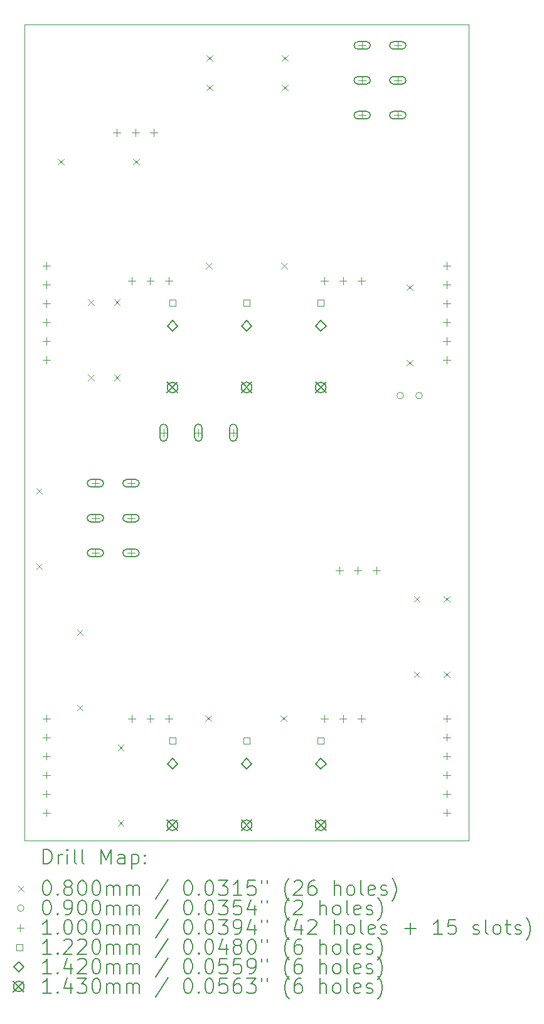
<source format=gbr>
%TF.GenerationSoftware,KiCad,Pcbnew,7.0.5.1-1-g8f565ef7f0-dirty-deb11*%
%TF.CreationDate,Date%
%TF.ProjectId,MS20-VCF,4d533230-2d56-4434-962e-6b696361645f,rev?*%
%TF.SameCoordinates,Original*%
%TF.FileFunction,Drillmap*%
%TF.FilePolarity,Positive*%
%FSLAX45Y45*%
G04 Gerber Fmt 4.5, Leading zero omitted, Abs format (unit mm)*
G04 Created by KiCad*
%MOMM*%
%LPD*%
G01*
G04 APERTURE LIST*
%ADD10C,0.050000*%
%ADD11C,0.200000*%
%ADD12C,0.080000*%
%ADD13C,0.090000*%
%ADD14C,0.100000*%
%ADD15C,0.122000*%
%ADD16C,0.142000*%
%ADD17C,0.143000*%
G04 APERTURE END LIST*
D10*
X9500000Y-3650000D02*
X15500000Y-3650000D01*
X15500000Y-3650000D02*
X15500000Y-14650000D01*
X9500000Y-3650000D02*
X9500000Y-14650000D01*
X9500000Y-14650000D02*
X15500000Y-14650000D01*
D11*
D12*
X9660000Y-9894000D02*
X9740000Y-9974000D01*
X9740000Y-9894000D02*
X9660000Y-9974000D01*
X9660000Y-10910000D02*
X9740000Y-10990000D01*
X9740000Y-10910000D02*
X9660000Y-10990000D01*
X9952000Y-5460000D02*
X10032000Y-5540000D01*
X10032000Y-5460000D02*
X9952000Y-5540000D01*
X10210000Y-11802000D02*
X10290000Y-11882000D01*
X10290000Y-11802000D02*
X10210000Y-11882000D01*
X10210000Y-12818000D02*
X10290000Y-12898000D01*
X10290000Y-12818000D02*
X10210000Y-12898000D01*
X10360000Y-7352000D02*
X10440000Y-7432000D01*
X10440000Y-7352000D02*
X10360000Y-7432000D01*
X10360000Y-8368000D02*
X10440000Y-8448000D01*
X10440000Y-8368000D02*
X10360000Y-8448000D01*
X10710000Y-7352000D02*
X10790000Y-7432000D01*
X10790000Y-7352000D02*
X10710000Y-7432000D01*
X10710000Y-8368000D02*
X10790000Y-8448000D01*
X10790000Y-8368000D02*
X10710000Y-8448000D01*
X10760000Y-13352000D02*
X10840000Y-13432000D01*
X10840000Y-13352000D02*
X10760000Y-13432000D01*
X10760000Y-14368000D02*
X10840000Y-14448000D01*
X10840000Y-14368000D02*
X10760000Y-14448000D01*
X10968000Y-5460000D02*
X11048000Y-5540000D01*
X11048000Y-5460000D02*
X10968000Y-5540000D01*
X11944000Y-12960000D02*
X12024000Y-13040000D01*
X12024000Y-12960000D02*
X11944000Y-13040000D01*
X11952000Y-6860000D02*
X12032000Y-6940000D01*
X12032000Y-6860000D02*
X11952000Y-6940000D01*
X11960000Y-4060000D02*
X12040000Y-4140000D01*
X12040000Y-4060000D02*
X11960000Y-4140000D01*
X11960000Y-4460000D02*
X12040000Y-4540000D01*
X12040000Y-4460000D02*
X11960000Y-4540000D01*
X12960000Y-12960000D02*
X13040000Y-13040000D01*
X13040000Y-12960000D02*
X12960000Y-13040000D01*
X12968000Y-6860000D02*
X13048000Y-6940000D01*
X13048000Y-6860000D02*
X12968000Y-6940000D01*
X12976000Y-4060000D02*
X13056000Y-4140000D01*
X13056000Y-4060000D02*
X12976000Y-4140000D01*
X12976000Y-4460000D02*
X13056000Y-4540000D01*
X13056000Y-4460000D02*
X12976000Y-4540000D01*
X14660000Y-7152000D02*
X14740000Y-7232000D01*
X14740000Y-7152000D02*
X14660000Y-7232000D01*
X14660000Y-8168000D02*
X14740000Y-8248000D01*
X14740000Y-8168000D02*
X14660000Y-8248000D01*
X14760000Y-11352000D02*
X14840000Y-11432000D01*
X14840000Y-11352000D02*
X14760000Y-11432000D01*
X14760000Y-12368000D02*
X14840000Y-12448000D01*
X14840000Y-12368000D02*
X14760000Y-12448000D01*
X15160000Y-11352000D02*
X15240000Y-11432000D01*
X15240000Y-11352000D02*
X15160000Y-11432000D01*
X15160000Y-12368000D02*
X15240000Y-12448000D01*
X15240000Y-12368000D02*
X15160000Y-12448000D01*
D13*
X14618500Y-8650000D02*
G75*
G03*
X14618500Y-8650000I-45000J0D01*
G01*
X14872500Y-8650000D02*
G75*
G03*
X14872500Y-8650000I-45000J0D01*
G01*
D14*
X9800000Y-6850000D02*
X9800000Y-6950000D01*
X9750000Y-6900000D02*
X9850000Y-6900000D01*
X9800000Y-7104000D02*
X9800000Y-7204000D01*
X9750000Y-7154000D02*
X9850000Y-7154000D01*
X9800000Y-7358000D02*
X9800000Y-7458000D01*
X9750000Y-7408000D02*
X9850000Y-7408000D01*
X9800000Y-7612000D02*
X9800000Y-7712000D01*
X9750000Y-7662000D02*
X9850000Y-7662000D01*
X9800000Y-7866000D02*
X9800000Y-7966000D01*
X9750000Y-7916000D02*
X9850000Y-7916000D01*
X9800000Y-8120000D02*
X9800000Y-8220000D01*
X9750000Y-8170000D02*
X9850000Y-8170000D01*
X9800000Y-12950000D02*
X9800000Y-13050000D01*
X9750000Y-13000000D02*
X9850000Y-13000000D01*
X9800000Y-13204000D02*
X9800000Y-13304000D01*
X9750000Y-13254000D02*
X9850000Y-13254000D01*
X9800000Y-13458000D02*
X9800000Y-13558000D01*
X9750000Y-13508000D02*
X9850000Y-13508000D01*
X9800000Y-13712000D02*
X9800000Y-13812000D01*
X9750000Y-13762000D02*
X9850000Y-13762000D01*
X9800000Y-13966000D02*
X9800000Y-14066000D01*
X9750000Y-14016000D02*
X9850000Y-14016000D01*
X9800000Y-14220000D02*
X9800000Y-14320000D01*
X9750000Y-14270000D02*
X9850000Y-14270000D01*
X10460000Y-9780000D02*
X10460000Y-9880000D01*
X10410000Y-9830000D02*
X10510000Y-9830000D01*
D11*
X10520000Y-9780000D02*
X10400000Y-9780000D01*
X10400000Y-9780000D02*
G75*
G03*
X10400000Y-9880000I0J-50000D01*
G01*
X10400000Y-9880000D02*
X10520000Y-9880000D01*
X10520000Y-9880000D02*
G75*
G03*
X10520000Y-9780000I0J50000D01*
G01*
D14*
X10460000Y-10250000D02*
X10460000Y-10350000D01*
X10410000Y-10300000D02*
X10510000Y-10300000D01*
D11*
X10520000Y-10250000D02*
X10400000Y-10250000D01*
X10400000Y-10250000D02*
G75*
G03*
X10400000Y-10350000I0J-50000D01*
G01*
X10400000Y-10350000D02*
X10520000Y-10350000D01*
X10520000Y-10350000D02*
G75*
G03*
X10520000Y-10250000I0J50000D01*
G01*
D14*
X10460000Y-10720000D02*
X10460000Y-10820000D01*
X10410000Y-10770000D02*
X10510000Y-10770000D01*
D11*
X10520000Y-10720000D02*
X10400000Y-10720000D01*
X10400000Y-10720000D02*
G75*
G03*
X10400000Y-10820000I0J-50000D01*
G01*
X10400000Y-10820000D02*
X10520000Y-10820000D01*
X10520000Y-10820000D02*
G75*
G03*
X10520000Y-10720000I0J50000D01*
G01*
D14*
X10750000Y-5055000D02*
X10750000Y-5155000D01*
X10700000Y-5105000D02*
X10800000Y-5105000D01*
X10940000Y-9780000D02*
X10940000Y-9880000D01*
X10890000Y-9830000D02*
X10990000Y-9830000D01*
D11*
X11000000Y-9780000D02*
X10880000Y-9780000D01*
X10880000Y-9780000D02*
G75*
G03*
X10880000Y-9880000I0J-50000D01*
G01*
X10880000Y-9880000D02*
X11000000Y-9880000D01*
X11000000Y-9880000D02*
G75*
G03*
X11000000Y-9780000I0J50000D01*
G01*
D14*
X10940000Y-10250000D02*
X10940000Y-10350000D01*
X10890000Y-10300000D02*
X10990000Y-10300000D01*
D11*
X11000000Y-10250000D02*
X10880000Y-10250000D01*
X10880000Y-10250000D02*
G75*
G03*
X10880000Y-10350000I0J-50000D01*
G01*
X10880000Y-10350000D02*
X11000000Y-10350000D01*
X11000000Y-10350000D02*
G75*
G03*
X11000000Y-10250000I0J50000D01*
G01*
D14*
X10940000Y-10720000D02*
X10940000Y-10820000D01*
X10890000Y-10770000D02*
X10990000Y-10770000D01*
D11*
X11000000Y-10720000D02*
X10880000Y-10720000D01*
X10880000Y-10720000D02*
G75*
G03*
X10880000Y-10820000I0J-50000D01*
G01*
X10880000Y-10820000D02*
X11000000Y-10820000D01*
X11000000Y-10820000D02*
G75*
G03*
X11000000Y-10720000I0J50000D01*
G01*
D14*
X10950000Y-7055000D02*
X10950000Y-7155000D01*
X10900000Y-7105000D02*
X11000000Y-7105000D01*
X10950000Y-12955000D02*
X10950000Y-13055000D01*
X10900000Y-13005000D02*
X11000000Y-13005000D01*
X11000000Y-5055000D02*
X11000000Y-5155000D01*
X10950000Y-5105000D02*
X11050000Y-5105000D01*
X11200000Y-7055000D02*
X11200000Y-7155000D01*
X11150000Y-7105000D02*
X11250000Y-7105000D01*
X11200000Y-12955000D02*
X11200000Y-13055000D01*
X11150000Y-13005000D02*
X11250000Y-13005000D01*
X11250000Y-5055000D02*
X11250000Y-5155000D01*
X11200000Y-5105000D02*
X11300000Y-5105000D01*
X11380000Y-9100000D02*
X11380000Y-9200000D01*
X11330000Y-9150000D02*
X11430000Y-9150000D01*
D11*
X11330000Y-9085000D02*
X11330000Y-9215000D01*
X11330000Y-9215000D02*
G75*
G03*
X11430000Y-9215000I50000J0D01*
G01*
X11430000Y-9215000D02*
X11430000Y-9085000D01*
X11430000Y-9085000D02*
G75*
G03*
X11330000Y-9085000I-50000J0D01*
G01*
D14*
X11450000Y-7055000D02*
X11450000Y-7155000D01*
X11400000Y-7105000D02*
X11500000Y-7105000D01*
X11450000Y-12955000D02*
X11450000Y-13055000D01*
X11400000Y-13005000D02*
X11500000Y-13005000D01*
X11850000Y-9100000D02*
X11850000Y-9200000D01*
X11800000Y-9150000D02*
X11900000Y-9150000D01*
D11*
X11800000Y-9085000D02*
X11800000Y-9215000D01*
X11800000Y-9215000D02*
G75*
G03*
X11900000Y-9215000I50000J0D01*
G01*
X11900000Y-9215000D02*
X11900000Y-9085000D01*
X11900000Y-9085000D02*
G75*
G03*
X11800000Y-9085000I-50000J0D01*
G01*
D14*
X12320000Y-9100000D02*
X12320000Y-9200000D01*
X12270000Y-9150000D02*
X12370000Y-9150000D01*
D11*
X12270000Y-9085000D02*
X12270000Y-9215000D01*
X12270000Y-9215000D02*
G75*
G03*
X12370000Y-9215000I50000J0D01*
G01*
X12370000Y-9215000D02*
X12370000Y-9085000D01*
X12370000Y-9085000D02*
G75*
G03*
X12270000Y-9085000I-50000J0D01*
G01*
D14*
X13550000Y-7055000D02*
X13550000Y-7155000D01*
X13500000Y-7105000D02*
X13600000Y-7105000D01*
X13550000Y-12955000D02*
X13550000Y-13055000D01*
X13500000Y-13005000D02*
X13600000Y-13005000D01*
X13750000Y-10955000D02*
X13750000Y-11055000D01*
X13700000Y-11005000D02*
X13800000Y-11005000D01*
X13800000Y-7055000D02*
X13800000Y-7155000D01*
X13750000Y-7105000D02*
X13850000Y-7105000D01*
X13800000Y-12955000D02*
X13800000Y-13055000D01*
X13750000Y-13005000D02*
X13850000Y-13005000D01*
X14000000Y-10955000D02*
X14000000Y-11055000D01*
X13950000Y-11005000D02*
X14050000Y-11005000D01*
X14050000Y-7055000D02*
X14050000Y-7155000D01*
X14000000Y-7105000D02*
X14100000Y-7105000D01*
X14050000Y-12955000D02*
X14050000Y-13055000D01*
X14000000Y-13005000D02*
X14100000Y-13005000D01*
X14060000Y-3880000D02*
X14060000Y-3980000D01*
X14010000Y-3930000D02*
X14110000Y-3930000D01*
D11*
X14120000Y-3880000D02*
X14000000Y-3880000D01*
X14000000Y-3880000D02*
G75*
G03*
X14000000Y-3980000I0J-50000D01*
G01*
X14000000Y-3980000D02*
X14120000Y-3980000D01*
X14120000Y-3980000D02*
G75*
G03*
X14120000Y-3880000I0J50000D01*
G01*
D14*
X14060000Y-4350000D02*
X14060000Y-4450000D01*
X14010000Y-4400000D02*
X14110000Y-4400000D01*
D11*
X14120000Y-4350000D02*
X14000000Y-4350000D01*
X14000000Y-4350000D02*
G75*
G03*
X14000000Y-4450000I0J-50000D01*
G01*
X14000000Y-4450000D02*
X14120000Y-4450000D01*
X14120000Y-4450000D02*
G75*
G03*
X14120000Y-4350000I0J50000D01*
G01*
D14*
X14060000Y-4820000D02*
X14060000Y-4920000D01*
X14010000Y-4870000D02*
X14110000Y-4870000D01*
D11*
X14120000Y-4820000D02*
X14000000Y-4820000D01*
X14000000Y-4820000D02*
G75*
G03*
X14000000Y-4920000I0J-50000D01*
G01*
X14000000Y-4920000D02*
X14120000Y-4920000D01*
X14120000Y-4920000D02*
G75*
G03*
X14120000Y-4820000I0J50000D01*
G01*
D14*
X14250000Y-10955000D02*
X14250000Y-11055000D01*
X14200000Y-11005000D02*
X14300000Y-11005000D01*
X14540000Y-3880000D02*
X14540000Y-3980000D01*
X14490000Y-3930000D02*
X14590000Y-3930000D01*
D11*
X14600000Y-3880000D02*
X14480000Y-3880000D01*
X14480000Y-3880000D02*
G75*
G03*
X14480000Y-3980000I0J-50000D01*
G01*
X14480000Y-3980000D02*
X14600000Y-3980000D01*
X14600000Y-3980000D02*
G75*
G03*
X14600000Y-3880000I0J50000D01*
G01*
D14*
X14540000Y-4350000D02*
X14540000Y-4450000D01*
X14490000Y-4400000D02*
X14590000Y-4400000D01*
D11*
X14600000Y-4350000D02*
X14480000Y-4350000D01*
X14480000Y-4350000D02*
G75*
G03*
X14480000Y-4450000I0J-50000D01*
G01*
X14480000Y-4450000D02*
X14600000Y-4450000D01*
X14600000Y-4450000D02*
G75*
G03*
X14600000Y-4350000I0J50000D01*
G01*
D14*
X14540000Y-4820000D02*
X14540000Y-4920000D01*
X14490000Y-4870000D02*
X14590000Y-4870000D01*
D11*
X14600000Y-4820000D02*
X14480000Y-4820000D01*
X14480000Y-4820000D02*
G75*
G03*
X14480000Y-4920000I0J-50000D01*
G01*
X14480000Y-4920000D02*
X14600000Y-4920000D01*
X14600000Y-4920000D02*
G75*
G03*
X14600000Y-4820000I0J50000D01*
G01*
D14*
X15200000Y-6850000D02*
X15200000Y-6950000D01*
X15150000Y-6900000D02*
X15250000Y-6900000D01*
X15200000Y-7104000D02*
X15200000Y-7204000D01*
X15150000Y-7154000D02*
X15250000Y-7154000D01*
X15200000Y-7358000D02*
X15200000Y-7458000D01*
X15150000Y-7408000D02*
X15250000Y-7408000D01*
X15200000Y-7612000D02*
X15200000Y-7712000D01*
X15150000Y-7662000D02*
X15250000Y-7662000D01*
X15200000Y-7866000D02*
X15200000Y-7966000D01*
X15150000Y-7916000D02*
X15250000Y-7916000D01*
X15200000Y-8120000D02*
X15200000Y-8220000D01*
X15150000Y-8170000D02*
X15250000Y-8170000D01*
X15200000Y-12950000D02*
X15200000Y-13050000D01*
X15150000Y-13000000D02*
X15250000Y-13000000D01*
X15200000Y-13204000D02*
X15200000Y-13304000D01*
X15150000Y-13254000D02*
X15250000Y-13254000D01*
X15200000Y-13458000D02*
X15200000Y-13558000D01*
X15150000Y-13508000D02*
X15250000Y-13508000D01*
X15200000Y-13712000D02*
X15200000Y-13812000D01*
X15150000Y-13762000D02*
X15250000Y-13762000D01*
X15200000Y-13966000D02*
X15200000Y-14066000D01*
X15150000Y-14016000D02*
X15250000Y-14016000D01*
X15200000Y-14220000D02*
X15200000Y-14320000D01*
X15150000Y-14270000D02*
X15250000Y-14270000D01*
D15*
X11543134Y-7443134D02*
X11543134Y-7356866D01*
X11456866Y-7356866D01*
X11456866Y-7443134D01*
X11543134Y-7443134D01*
X11543134Y-13343134D02*
X11543134Y-13256866D01*
X11456866Y-13256866D01*
X11456866Y-13343134D01*
X11543134Y-13343134D01*
X12543134Y-7443134D02*
X12543134Y-7356866D01*
X12456866Y-7356866D01*
X12456866Y-7443134D01*
X12543134Y-7443134D01*
X12543134Y-13343134D02*
X12543134Y-13256866D01*
X12456866Y-13256866D01*
X12456866Y-13343134D01*
X12543134Y-13343134D01*
X13543134Y-7443134D02*
X13543134Y-7356866D01*
X13456866Y-7356866D01*
X13456866Y-7443134D01*
X13543134Y-7443134D01*
X13543134Y-13343134D02*
X13543134Y-13256866D01*
X13456866Y-13256866D01*
X13456866Y-13343134D01*
X13543134Y-13343134D01*
D16*
X11500000Y-7781000D02*
X11571000Y-7710000D01*
X11500000Y-7639000D01*
X11429000Y-7710000D01*
X11500000Y-7781000D01*
X11500000Y-13681000D02*
X11571000Y-13610000D01*
X11500000Y-13539000D01*
X11429000Y-13610000D01*
X11500000Y-13681000D01*
X12500000Y-7781000D02*
X12571000Y-7710000D01*
X12500000Y-7639000D01*
X12429000Y-7710000D01*
X12500000Y-7781000D01*
X12500000Y-13681000D02*
X12571000Y-13610000D01*
X12500000Y-13539000D01*
X12429000Y-13610000D01*
X12500000Y-13681000D01*
X13500000Y-7781000D02*
X13571000Y-7710000D01*
X13500000Y-7639000D01*
X13429000Y-7710000D01*
X13500000Y-7781000D01*
X13500000Y-13681000D02*
X13571000Y-13610000D01*
X13500000Y-13539000D01*
X13429000Y-13610000D01*
X13500000Y-13681000D01*
D17*
X11428500Y-8468500D02*
X11571500Y-8611500D01*
X11571500Y-8468500D02*
X11428500Y-8611500D01*
X11571500Y-8540000D02*
G75*
G03*
X11571500Y-8540000I-71500J0D01*
G01*
X11428500Y-14368500D02*
X11571500Y-14511500D01*
X11571500Y-14368500D02*
X11428500Y-14511500D01*
X11571500Y-14440000D02*
G75*
G03*
X11571500Y-14440000I-71500J0D01*
G01*
X12428500Y-8468500D02*
X12571500Y-8611500D01*
X12571500Y-8468500D02*
X12428500Y-8611500D01*
X12571500Y-8540000D02*
G75*
G03*
X12571500Y-8540000I-71500J0D01*
G01*
X12428500Y-14368500D02*
X12571500Y-14511500D01*
X12571500Y-14368500D02*
X12428500Y-14511500D01*
X12571500Y-14440000D02*
G75*
G03*
X12571500Y-14440000I-71500J0D01*
G01*
X13428500Y-8468500D02*
X13571500Y-8611500D01*
X13571500Y-8468500D02*
X13428500Y-8611500D01*
X13571500Y-8540000D02*
G75*
G03*
X13571500Y-8540000I-71500J0D01*
G01*
X13428500Y-14368500D02*
X13571500Y-14511500D01*
X13571500Y-14368500D02*
X13428500Y-14511500D01*
X13571500Y-14440000D02*
G75*
G03*
X13571500Y-14440000I-71500J0D01*
G01*
D11*
X9758277Y-14963984D02*
X9758277Y-14763984D01*
X9758277Y-14763984D02*
X9805896Y-14763984D01*
X9805896Y-14763984D02*
X9834467Y-14773508D01*
X9834467Y-14773508D02*
X9853515Y-14792555D01*
X9853515Y-14792555D02*
X9863039Y-14811603D01*
X9863039Y-14811603D02*
X9872563Y-14849698D01*
X9872563Y-14849698D02*
X9872563Y-14878269D01*
X9872563Y-14878269D02*
X9863039Y-14916365D01*
X9863039Y-14916365D02*
X9853515Y-14935412D01*
X9853515Y-14935412D02*
X9834467Y-14954460D01*
X9834467Y-14954460D02*
X9805896Y-14963984D01*
X9805896Y-14963984D02*
X9758277Y-14963984D01*
X9958277Y-14963984D02*
X9958277Y-14830650D01*
X9958277Y-14868746D02*
X9967801Y-14849698D01*
X9967801Y-14849698D02*
X9977324Y-14840174D01*
X9977324Y-14840174D02*
X9996372Y-14830650D01*
X9996372Y-14830650D02*
X10015420Y-14830650D01*
X10082086Y-14963984D02*
X10082086Y-14830650D01*
X10082086Y-14763984D02*
X10072563Y-14773508D01*
X10072563Y-14773508D02*
X10082086Y-14783031D01*
X10082086Y-14783031D02*
X10091610Y-14773508D01*
X10091610Y-14773508D02*
X10082086Y-14763984D01*
X10082086Y-14763984D02*
X10082086Y-14783031D01*
X10205896Y-14963984D02*
X10186848Y-14954460D01*
X10186848Y-14954460D02*
X10177324Y-14935412D01*
X10177324Y-14935412D02*
X10177324Y-14763984D01*
X10310658Y-14963984D02*
X10291610Y-14954460D01*
X10291610Y-14954460D02*
X10282086Y-14935412D01*
X10282086Y-14935412D02*
X10282086Y-14763984D01*
X10539229Y-14963984D02*
X10539229Y-14763984D01*
X10539229Y-14763984D02*
X10605896Y-14906841D01*
X10605896Y-14906841D02*
X10672563Y-14763984D01*
X10672563Y-14763984D02*
X10672563Y-14963984D01*
X10853515Y-14963984D02*
X10853515Y-14859222D01*
X10853515Y-14859222D02*
X10843991Y-14840174D01*
X10843991Y-14840174D02*
X10824944Y-14830650D01*
X10824944Y-14830650D02*
X10786848Y-14830650D01*
X10786848Y-14830650D02*
X10767801Y-14840174D01*
X10853515Y-14954460D02*
X10834467Y-14963984D01*
X10834467Y-14963984D02*
X10786848Y-14963984D01*
X10786848Y-14963984D02*
X10767801Y-14954460D01*
X10767801Y-14954460D02*
X10758277Y-14935412D01*
X10758277Y-14935412D02*
X10758277Y-14916365D01*
X10758277Y-14916365D02*
X10767801Y-14897317D01*
X10767801Y-14897317D02*
X10786848Y-14887793D01*
X10786848Y-14887793D02*
X10834467Y-14887793D01*
X10834467Y-14887793D02*
X10853515Y-14878269D01*
X10948753Y-14830650D02*
X10948753Y-15030650D01*
X10948753Y-14840174D02*
X10967801Y-14830650D01*
X10967801Y-14830650D02*
X11005896Y-14830650D01*
X11005896Y-14830650D02*
X11024944Y-14840174D01*
X11024944Y-14840174D02*
X11034467Y-14849698D01*
X11034467Y-14849698D02*
X11043991Y-14868746D01*
X11043991Y-14868746D02*
X11043991Y-14925888D01*
X11043991Y-14925888D02*
X11034467Y-14944936D01*
X11034467Y-14944936D02*
X11024944Y-14954460D01*
X11024944Y-14954460D02*
X11005896Y-14963984D01*
X11005896Y-14963984D02*
X10967801Y-14963984D01*
X10967801Y-14963984D02*
X10948753Y-14954460D01*
X11129705Y-14944936D02*
X11139229Y-14954460D01*
X11139229Y-14954460D02*
X11129705Y-14963984D01*
X11129705Y-14963984D02*
X11120182Y-14954460D01*
X11120182Y-14954460D02*
X11129705Y-14944936D01*
X11129705Y-14944936D02*
X11129705Y-14963984D01*
X11129705Y-14840174D02*
X11139229Y-14849698D01*
X11139229Y-14849698D02*
X11129705Y-14859222D01*
X11129705Y-14859222D02*
X11120182Y-14849698D01*
X11120182Y-14849698D02*
X11129705Y-14840174D01*
X11129705Y-14840174D02*
X11129705Y-14859222D01*
D12*
X9417500Y-15252500D02*
X9497500Y-15332500D01*
X9497500Y-15252500D02*
X9417500Y-15332500D01*
D11*
X9796372Y-15183984D02*
X9815420Y-15183984D01*
X9815420Y-15183984D02*
X9834467Y-15193508D01*
X9834467Y-15193508D02*
X9843991Y-15203031D01*
X9843991Y-15203031D02*
X9853515Y-15222079D01*
X9853515Y-15222079D02*
X9863039Y-15260174D01*
X9863039Y-15260174D02*
X9863039Y-15307793D01*
X9863039Y-15307793D02*
X9853515Y-15345888D01*
X9853515Y-15345888D02*
X9843991Y-15364936D01*
X9843991Y-15364936D02*
X9834467Y-15374460D01*
X9834467Y-15374460D02*
X9815420Y-15383984D01*
X9815420Y-15383984D02*
X9796372Y-15383984D01*
X9796372Y-15383984D02*
X9777324Y-15374460D01*
X9777324Y-15374460D02*
X9767801Y-15364936D01*
X9767801Y-15364936D02*
X9758277Y-15345888D01*
X9758277Y-15345888D02*
X9748753Y-15307793D01*
X9748753Y-15307793D02*
X9748753Y-15260174D01*
X9748753Y-15260174D02*
X9758277Y-15222079D01*
X9758277Y-15222079D02*
X9767801Y-15203031D01*
X9767801Y-15203031D02*
X9777324Y-15193508D01*
X9777324Y-15193508D02*
X9796372Y-15183984D01*
X9948753Y-15364936D02*
X9958277Y-15374460D01*
X9958277Y-15374460D02*
X9948753Y-15383984D01*
X9948753Y-15383984D02*
X9939229Y-15374460D01*
X9939229Y-15374460D02*
X9948753Y-15364936D01*
X9948753Y-15364936D02*
X9948753Y-15383984D01*
X10072563Y-15269698D02*
X10053515Y-15260174D01*
X10053515Y-15260174D02*
X10043991Y-15250650D01*
X10043991Y-15250650D02*
X10034467Y-15231603D01*
X10034467Y-15231603D02*
X10034467Y-15222079D01*
X10034467Y-15222079D02*
X10043991Y-15203031D01*
X10043991Y-15203031D02*
X10053515Y-15193508D01*
X10053515Y-15193508D02*
X10072563Y-15183984D01*
X10072563Y-15183984D02*
X10110658Y-15183984D01*
X10110658Y-15183984D02*
X10129705Y-15193508D01*
X10129705Y-15193508D02*
X10139229Y-15203031D01*
X10139229Y-15203031D02*
X10148753Y-15222079D01*
X10148753Y-15222079D02*
X10148753Y-15231603D01*
X10148753Y-15231603D02*
X10139229Y-15250650D01*
X10139229Y-15250650D02*
X10129705Y-15260174D01*
X10129705Y-15260174D02*
X10110658Y-15269698D01*
X10110658Y-15269698D02*
X10072563Y-15269698D01*
X10072563Y-15269698D02*
X10053515Y-15279222D01*
X10053515Y-15279222D02*
X10043991Y-15288746D01*
X10043991Y-15288746D02*
X10034467Y-15307793D01*
X10034467Y-15307793D02*
X10034467Y-15345888D01*
X10034467Y-15345888D02*
X10043991Y-15364936D01*
X10043991Y-15364936D02*
X10053515Y-15374460D01*
X10053515Y-15374460D02*
X10072563Y-15383984D01*
X10072563Y-15383984D02*
X10110658Y-15383984D01*
X10110658Y-15383984D02*
X10129705Y-15374460D01*
X10129705Y-15374460D02*
X10139229Y-15364936D01*
X10139229Y-15364936D02*
X10148753Y-15345888D01*
X10148753Y-15345888D02*
X10148753Y-15307793D01*
X10148753Y-15307793D02*
X10139229Y-15288746D01*
X10139229Y-15288746D02*
X10129705Y-15279222D01*
X10129705Y-15279222D02*
X10110658Y-15269698D01*
X10272563Y-15183984D02*
X10291610Y-15183984D01*
X10291610Y-15183984D02*
X10310658Y-15193508D01*
X10310658Y-15193508D02*
X10320182Y-15203031D01*
X10320182Y-15203031D02*
X10329705Y-15222079D01*
X10329705Y-15222079D02*
X10339229Y-15260174D01*
X10339229Y-15260174D02*
X10339229Y-15307793D01*
X10339229Y-15307793D02*
X10329705Y-15345888D01*
X10329705Y-15345888D02*
X10320182Y-15364936D01*
X10320182Y-15364936D02*
X10310658Y-15374460D01*
X10310658Y-15374460D02*
X10291610Y-15383984D01*
X10291610Y-15383984D02*
X10272563Y-15383984D01*
X10272563Y-15383984D02*
X10253515Y-15374460D01*
X10253515Y-15374460D02*
X10243991Y-15364936D01*
X10243991Y-15364936D02*
X10234467Y-15345888D01*
X10234467Y-15345888D02*
X10224944Y-15307793D01*
X10224944Y-15307793D02*
X10224944Y-15260174D01*
X10224944Y-15260174D02*
X10234467Y-15222079D01*
X10234467Y-15222079D02*
X10243991Y-15203031D01*
X10243991Y-15203031D02*
X10253515Y-15193508D01*
X10253515Y-15193508D02*
X10272563Y-15183984D01*
X10463039Y-15183984D02*
X10482086Y-15183984D01*
X10482086Y-15183984D02*
X10501134Y-15193508D01*
X10501134Y-15193508D02*
X10510658Y-15203031D01*
X10510658Y-15203031D02*
X10520182Y-15222079D01*
X10520182Y-15222079D02*
X10529705Y-15260174D01*
X10529705Y-15260174D02*
X10529705Y-15307793D01*
X10529705Y-15307793D02*
X10520182Y-15345888D01*
X10520182Y-15345888D02*
X10510658Y-15364936D01*
X10510658Y-15364936D02*
X10501134Y-15374460D01*
X10501134Y-15374460D02*
X10482086Y-15383984D01*
X10482086Y-15383984D02*
X10463039Y-15383984D01*
X10463039Y-15383984D02*
X10443991Y-15374460D01*
X10443991Y-15374460D02*
X10434467Y-15364936D01*
X10434467Y-15364936D02*
X10424944Y-15345888D01*
X10424944Y-15345888D02*
X10415420Y-15307793D01*
X10415420Y-15307793D02*
X10415420Y-15260174D01*
X10415420Y-15260174D02*
X10424944Y-15222079D01*
X10424944Y-15222079D02*
X10434467Y-15203031D01*
X10434467Y-15203031D02*
X10443991Y-15193508D01*
X10443991Y-15193508D02*
X10463039Y-15183984D01*
X10615420Y-15383984D02*
X10615420Y-15250650D01*
X10615420Y-15269698D02*
X10624944Y-15260174D01*
X10624944Y-15260174D02*
X10643991Y-15250650D01*
X10643991Y-15250650D02*
X10672563Y-15250650D01*
X10672563Y-15250650D02*
X10691610Y-15260174D01*
X10691610Y-15260174D02*
X10701134Y-15279222D01*
X10701134Y-15279222D02*
X10701134Y-15383984D01*
X10701134Y-15279222D02*
X10710658Y-15260174D01*
X10710658Y-15260174D02*
X10729705Y-15250650D01*
X10729705Y-15250650D02*
X10758277Y-15250650D01*
X10758277Y-15250650D02*
X10777325Y-15260174D01*
X10777325Y-15260174D02*
X10786848Y-15279222D01*
X10786848Y-15279222D02*
X10786848Y-15383984D01*
X10882086Y-15383984D02*
X10882086Y-15250650D01*
X10882086Y-15269698D02*
X10891610Y-15260174D01*
X10891610Y-15260174D02*
X10910658Y-15250650D01*
X10910658Y-15250650D02*
X10939229Y-15250650D01*
X10939229Y-15250650D02*
X10958277Y-15260174D01*
X10958277Y-15260174D02*
X10967801Y-15279222D01*
X10967801Y-15279222D02*
X10967801Y-15383984D01*
X10967801Y-15279222D02*
X10977325Y-15260174D01*
X10977325Y-15260174D02*
X10996372Y-15250650D01*
X10996372Y-15250650D02*
X11024944Y-15250650D01*
X11024944Y-15250650D02*
X11043991Y-15260174D01*
X11043991Y-15260174D02*
X11053515Y-15279222D01*
X11053515Y-15279222D02*
X11053515Y-15383984D01*
X11443991Y-15174460D02*
X11272563Y-15431603D01*
X11701134Y-15183984D02*
X11720182Y-15183984D01*
X11720182Y-15183984D02*
X11739229Y-15193508D01*
X11739229Y-15193508D02*
X11748753Y-15203031D01*
X11748753Y-15203031D02*
X11758277Y-15222079D01*
X11758277Y-15222079D02*
X11767801Y-15260174D01*
X11767801Y-15260174D02*
X11767801Y-15307793D01*
X11767801Y-15307793D02*
X11758277Y-15345888D01*
X11758277Y-15345888D02*
X11748753Y-15364936D01*
X11748753Y-15364936D02*
X11739229Y-15374460D01*
X11739229Y-15374460D02*
X11720182Y-15383984D01*
X11720182Y-15383984D02*
X11701134Y-15383984D01*
X11701134Y-15383984D02*
X11682086Y-15374460D01*
X11682086Y-15374460D02*
X11672563Y-15364936D01*
X11672563Y-15364936D02*
X11663039Y-15345888D01*
X11663039Y-15345888D02*
X11653515Y-15307793D01*
X11653515Y-15307793D02*
X11653515Y-15260174D01*
X11653515Y-15260174D02*
X11663039Y-15222079D01*
X11663039Y-15222079D02*
X11672563Y-15203031D01*
X11672563Y-15203031D02*
X11682086Y-15193508D01*
X11682086Y-15193508D02*
X11701134Y-15183984D01*
X11853515Y-15364936D02*
X11863039Y-15374460D01*
X11863039Y-15374460D02*
X11853515Y-15383984D01*
X11853515Y-15383984D02*
X11843991Y-15374460D01*
X11843991Y-15374460D02*
X11853515Y-15364936D01*
X11853515Y-15364936D02*
X11853515Y-15383984D01*
X11986848Y-15183984D02*
X12005896Y-15183984D01*
X12005896Y-15183984D02*
X12024944Y-15193508D01*
X12024944Y-15193508D02*
X12034467Y-15203031D01*
X12034467Y-15203031D02*
X12043991Y-15222079D01*
X12043991Y-15222079D02*
X12053515Y-15260174D01*
X12053515Y-15260174D02*
X12053515Y-15307793D01*
X12053515Y-15307793D02*
X12043991Y-15345888D01*
X12043991Y-15345888D02*
X12034467Y-15364936D01*
X12034467Y-15364936D02*
X12024944Y-15374460D01*
X12024944Y-15374460D02*
X12005896Y-15383984D01*
X12005896Y-15383984D02*
X11986848Y-15383984D01*
X11986848Y-15383984D02*
X11967801Y-15374460D01*
X11967801Y-15374460D02*
X11958277Y-15364936D01*
X11958277Y-15364936D02*
X11948753Y-15345888D01*
X11948753Y-15345888D02*
X11939229Y-15307793D01*
X11939229Y-15307793D02*
X11939229Y-15260174D01*
X11939229Y-15260174D02*
X11948753Y-15222079D01*
X11948753Y-15222079D02*
X11958277Y-15203031D01*
X11958277Y-15203031D02*
X11967801Y-15193508D01*
X11967801Y-15193508D02*
X11986848Y-15183984D01*
X12120182Y-15183984D02*
X12243991Y-15183984D01*
X12243991Y-15183984D02*
X12177325Y-15260174D01*
X12177325Y-15260174D02*
X12205896Y-15260174D01*
X12205896Y-15260174D02*
X12224944Y-15269698D01*
X12224944Y-15269698D02*
X12234467Y-15279222D01*
X12234467Y-15279222D02*
X12243991Y-15298269D01*
X12243991Y-15298269D02*
X12243991Y-15345888D01*
X12243991Y-15345888D02*
X12234467Y-15364936D01*
X12234467Y-15364936D02*
X12224944Y-15374460D01*
X12224944Y-15374460D02*
X12205896Y-15383984D01*
X12205896Y-15383984D02*
X12148753Y-15383984D01*
X12148753Y-15383984D02*
X12129706Y-15374460D01*
X12129706Y-15374460D02*
X12120182Y-15364936D01*
X12434467Y-15383984D02*
X12320182Y-15383984D01*
X12377325Y-15383984D02*
X12377325Y-15183984D01*
X12377325Y-15183984D02*
X12358277Y-15212555D01*
X12358277Y-15212555D02*
X12339229Y-15231603D01*
X12339229Y-15231603D02*
X12320182Y-15241127D01*
X12615420Y-15183984D02*
X12520182Y-15183984D01*
X12520182Y-15183984D02*
X12510658Y-15279222D01*
X12510658Y-15279222D02*
X12520182Y-15269698D01*
X12520182Y-15269698D02*
X12539229Y-15260174D01*
X12539229Y-15260174D02*
X12586848Y-15260174D01*
X12586848Y-15260174D02*
X12605896Y-15269698D01*
X12605896Y-15269698D02*
X12615420Y-15279222D01*
X12615420Y-15279222D02*
X12624944Y-15298269D01*
X12624944Y-15298269D02*
X12624944Y-15345888D01*
X12624944Y-15345888D02*
X12615420Y-15364936D01*
X12615420Y-15364936D02*
X12605896Y-15374460D01*
X12605896Y-15374460D02*
X12586848Y-15383984D01*
X12586848Y-15383984D02*
X12539229Y-15383984D01*
X12539229Y-15383984D02*
X12520182Y-15374460D01*
X12520182Y-15374460D02*
X12510658Y-15364936D01*
X12701134Y-15183984D02*
X12701134Y-15222079D01*
X12777325Y-15183984D02*
X12777325Y-15222079D01*
X13072563Y-15460174D02*
X13063039Y-15450650D01*
X13063039Y-15450650D02*
X13043991Y-15422079D01*
X13043991Y-15422079D02*
X13034468Y-15403031D01*
X13034468Y-15403031D02*
X13024944Y-15374460D01*
X13024944Y-15374460D02*
X13015420Y-15326841D01*
X13015420Y-15326841D02*
X13015420Y-15288746D01*
X13015420Y-15288746D02*
X13024944Y-15241127D01*
X13024944Y-15241127D02*
X13034468Y-15212555D01*
X13034468Y-15212555D02*
X13043991Y-15193508D01*
X13043991Y-15193508D02*
X13063039Y-15164936D01*
X13063039Y-15164936D02*
X13072563Y-15155412D01*
X13139229Y-15203031D02*
X13148753Y-15193508D01*
X13148753Y-15193508D02*
X13167801Y-15183984D01*
X13167801Y-15183984D02*
X13215420Y-15183984D01*
X13215420Y-15183984D02*
X13234468Y-15193508D01*
X13234468Y-15193508D02*
X13243991Y-15203031D01*
X13243991Y-15203031D02*
X13253515Y-15222079D01*
X13253515Y-15222079D02*
X13253515Y-15241127D01*
X13253515Y-15241127D02*
X13243991Y-15269698D01*
X13243991Y-15269698D02*
X13129706Y-15383984D01*
X13129706Y-15383984D02*
X13253515Y-15383984D01*
X13424944Y-15183984D02*
X13386848Y-15183984D01*
X13386848Y-15183984D02*
X13367801Y-15193508D01*
X13367801Y-15193508D02*
X13358277Y-15203031D01*
X13358277Y-15203031D02*
X13339229Y-15231603D01*
X13339229Y-15231603D02*
X13329706Y-15269698D01*
X13329706Y-15269698D02*
X13329706Y-15345888D01*
X13329706Y-15345888D02*
X13339229Y-15364936D01*
X13339229Y-15364936D02*
X13348753Y-15374460D01*
X13348753Y-15374460D02*
X13367801Y-15383984D01*
X13367801Y-15383984D02*
X13405896Y-15383984D01*
X13405896Y-15383984D02*
X13424944Y-15374460D01*
X13424944Y-15374460D02*
X13434468Y-15364936D01*
X13434468Y-15364936D02*
X13443991Y-15345888D01*
X13443991Y-15345888D02*
X13443991Y-15298269D01*
X13443991Y-15298269D02*
X13434468Y-15279222D01*
X13434468Y-15279222D02*
X13424944Y-15269698D01*
X13424944Y-15269698D02*
X13405896Y-15260174D01*
X13405896Y-15260174D02*
X13367801Y-15260174D01*
X13367801Y-15260174D02*
X13348753Y-15269698D01*
X13348753Y-15269698D02*
X13339229Y-15279222D01*
X13339229Y-15279222D02*
X13329706Y-15298269D01*
X13682087Y-15383984D02*
X13682087Y-15183984D01*
X13767801Y-15383984D02*
X13767801Y-15279222D01*
X13767801Y-15279222D02*
X13758277Y-15260174D01*
X13758277Y-15260174D02*
X13739230Y-15250650D01*
X13739230Y-15250650D02*
X13710658Y-15250650D01*
X13710658Y-15250650D02*
X13691610Y-15260174D01*
X13691610Y-15260174D02*
X13682087Y-15269698D01*
X13891610Y-15383984D02*
X13872563Y-15374460D01*
X13872563Y-15374460D02*
X13863039Y-15364936D01*
X13863039Y-15364936D02*
X13853515Y-15345888D01*
X13853515Y-15345888D02*
X13853515Y-15288746D01*
X13853515Y-15288746D02*
X13863039Y-15269698D01*
X13863039Y-15269698D02*
X13872563Y-15260174D01*
X13872563Y-15260174D02*
X13891610Y-15250650D01*
X13891610Y-15250650D02*
X13920182Y-15250650D01*
X13920182Y-15250650D02*
X13939230Y-15260174D01*
X13939230Y-15260174D02*
X13948753Y-15269698D01*
X13948753Y-15269698D02*
X13958277Y-15288746D01*
X13958277Y-15288746D02*
X13958277Y-15345888D01*
X13958277Y-15345888D02*
X13948753Y-15364936D01*
X13948753Y-15364936D02*
X13939230Y-15374460D01*
X13939230Y-15374460D02*
X13920182Y-15383984D01*
X13920182Y-15383984D02*
X13891610Y-15383984D01*
X14072563Y-15383984D02*
X14053515Y-15374460D01*
X14053515Y-15374460D02*
X14043991Y-15355412D01*
X14043991Y-15355412D02*
X14043991Y-15183984D01*
X14224944Y-15374460D02*
X14205896Y-15383984D01*
X14205896Y-15383984D02*
X14167801Y-15383984D01*
X14167801Y-15383984D02*
X14148753Y-15374460D01*
X14148753Y-15374460D02*
X14139230Y-15355412D01*
X14139230Y-15355412D02*
X14139230Y-15279222D01*
X14139230Y-15279222D02*
X14148753Y-15260174D01*
X14148753Y-15260174D02*
X14167801Y-15250650D01*
X14167801Y-15250650D02*
X14205896Y-15250650D01*
X14205896Y-15250650D02*
X14224944Y-15260174D01*
X14224944Y-15260174D02*
X14234468Y-15279222D01*
X14234468Y-15279222D02*
X14234468Y-15298269D01*
X14234468Y-15298269D02*
X14139230Y-15317317D01*
X14310658Y-15374460D02*
X14329706Y-15383984D01*
X14329706Y-15383984D02*
X14367801Y-15383984D01*
X14367801Y-15383984D02*
X14386849Y-15374460D01*
X14386849Y-15374460D02*
X14396372Y-15355412D01*
X14396372Y-15355412D02*
X14396372Y-15345888D01*
X14396372Y-15345888D02*
X14386849Y-15326841D01*
X14386849Y-15326841D02*
X14367801Y-15317317D01*
X14367801Y-15317317D02*
X14339230Y-15317317D01*
X14339230Y-15317317D02*
X14320182Y-15307793D01*
X14320182Y-15307793D02*
X14310658Y-15288746D01*
X14310658Y-15288746D02*
X14310658Y-15279222D01*
X14310658Y-15279222D02*
X14320182Y-15260174D01*
X14320182Y-15260174D02*
X14339230Y-15250650D01*
X14339230Y-15250650D02*
X14367801Y-15250650D01*
X14367801Y-15250650D02*
X14386849Y-15260174D01*
X14463039Y-15460174D02*
X14472563Y-15450650D01*
X14472563Y-15450650D02*
X14491611Y-15422079D01*
X14491611Y-15422079D02*
X14501134Y-15403031D01*
X14501134Y-15403031D02*
X14510658Y-15374460D01*
X14510658Y-15374460D02*
X14520182Y-15326841D01*
X14520182Y-15326841D02*
X14520182Y-15288746D01*
X14520182Y-15288746D02*
X14510658Y-15241127D01*
X14510658Y-15241127D02*
X14501134Y-15212555D01*
X14501134Y-15212555D02*
X14491611Y-15193508D01*
X14491611Y-15193508D02*
X14472563Y-15164936D01*
X14472563Y-15164936D02*
X14463039Y-15155412D01*
D13*
X9497500Y-15556500D02*
G75*
G03*
X9497500Y-15556500I-45000J0D01*
G01*
D11*
X9796372Y-15447984D02*
X9815420Y-15447984D01*
X9815420Y-15447984D02*
X9834467Y-15457508D01*
X9834467Y-15457508D02*
X9843991Y-15467031D01*
X9843991Y-15467031D02*
X9853515Y-15486079D01*
X9853515Y-15486079D02*
X9863039Y-15524174D01*
X9863039Y-15524174D02*
X9863039Y-15571793D01*
X9863039Y-15571793D02*
X9853515Y-15609888D01*
X9853515Y-15609888D02*
X9843991Y-15628936D01*
X9843991Y-15628936D02*
X9834467Y-15638460D01*
X9834467Y-15638460D02*
X9815420Y-15647984D01*
X9815420Y-15647984D02*
X9796372Y-15647984D01*
X9796372Y-15647984D02*
X9777324Y-15638460D01*
X9777324Y-15638460D02*
X9767801Y-15628936D01*
X9767801Y-15628936D02*
X9758277Y-15609888D01*
X9758277Y-15609888D02*
X9748753Y-15571793D01*
X9748753Y-15571793D02*
X9748753Y-15524174D01*
X9748753Y-15524174D02*
X9758277Y-15486079D01*
X9758277Y-15486079D02*
X9767801Y-15467031D01*
X9767801Y-15467031D02*
X9777324Y-15457508D01*
X9777324Y-15457508D02*
X9796372Y-15447984D01*
X9948753Y-15628936D02*
X9958277Y-15638460D01*
X9958277Y-15638460D02*
X9948753Y-15647984D01*
X9948753Y-15647984D02*
X9939229Y-15638460D01*
X9939229Y-15638460D02*
X9948753Y-15628936D01*
X9948753Y-15628936D02*
X9948753Y-15647984D01*
X10053515Y-15647984D02*
X10091610Y-15647984D01*
X10091610Y-15647984D02*
X10110658Y-15638460D01*
X10110658Y-15638460D02*
X10120182Y-15628936D01*
X10120182Y-15628936D02*
X10139229Y-15600365D01*
X10139229Y-15600365D02*
X10148753Y-15562269D01*
X10148753Y-15562269D02*
X10148753Y-15486079D01*
X10148753Y-15486079D02*
X10139229Y-15467031D01*
X10139229Y-15467031D02*
X10129705Y-15457508D01*
X10129705Y-15457508D02*
X10110658Y-15447984D01*
X10110658Y-15447984D02*
X10072563Y-15447984D01*
X10072563Y-15447984D02*
X10053515Y-15457508D01*
X10053515Y-15457508D02*
X10043991Y-15467031D01*
X10043991Y-15467031D02*
X10034467Y-15486079D01*
X10034467Y-15486079D02*
X10034467Y-15533698D01*
X10034467Y-15533698D02*
X10043991Y-15552746D01*
X10043991Y-15552746D02*
X10053515Y-15562269D01*
X10053515Y-15562269D02*
X10072563Y-15571793D01*
X10072563Y-15571793D02*
X10110658Y-15571793D01*
X10110658Y-15571793D02*
X10129705Y-15562269D01*
X10129705Y-15562269D02*
X10139229Y-15552746D01*
X10139229Y-15552746D02*
X10148753Y-15533698D01*
X10272563Y-15447984D02*
X10291610Y-15447984D01*
X10291610Y-15447984D02*
X10310658Y-15457508D01*
X10310658Y-15457508D02*
X10320182Y-15467031D01*
X10320182Y-15467031D02*
X10329705Y-15486079D01*
X10329705Y-15486079D02*
X10339229Y-15524174D01*
X10339229Y-15524174D02*
X10339229Y-15571793D01*
X10339229Y-15571793D02*
X10329705Y-15609888D01*
X10329705Y-15609888D02*
X10320182Y-15628936D01*
X10320182Y-15628936D02*
X10310658Y-15638460D01*
X10310658Y-15638460D02*
X10291610Y-15647984D01*
X10291610Y-15647984D02*
X10272563Y-15647984D01*
X10272563Y-15647984D02*
X10253515Y-15638460D01*
X10253515Y-15638460D02*
X10243991Y-15628936D01*
X10243991Y-15628936D02*
X10234467Y-15609888D01*
X10234467Y-15609888D02*
X10224944Y-15571793D01*
X10224944Y-15571793D02*
X10224944Y-15524174D01*
X10224944Y-15524174D02*
X10234467Y-15486079D01*
X10234467Y-15486079D02*
X10243991Y-15467031D01*
X10243991Y-15467031D02*
X10253515Y-15457508D01*
X10253515Y-15457508D02*
X10272563Y-15447984D01*
X10463039Y-15447984D02*
X10482086Y-15447984D01*
X10482086Y-15447984D02*
X10501134Y-15457508D01*
X10501134Y-15457508D02*
X10510658Y-15467031D01*
X10510658Y-15467031D02*
X10520182Y-15486079D01*
X10520182Y-15486079D02*
X10529705Y-15524174D01*
X10529705Y-15524174D02*
X10529705Y-15571793D01*
X10529705Y-15571793D02*
X10520182Y-15609888D01*
X10520182Y-15609888D02*
X10510658Y-15628936D01*
X10510658Y-15628936D02*
X10501134Y-15638460D01*
X10501134Y-15638460D02*
X10482086Y-15647984D01*
X10482086Y-15647984D02*
X10463039Y-15647984D01*
X10463039Y-15647984D02*
X10443991Y-15638460D01*
X10443991Y-15638460D02*
X10434467Y-15628936D01*
X10434467Y-15628936D02*
X10424944Y-15609888D01*
X10424944Y-15609888D02*
X10415420Y-15571793D01*
X10415420Y-15571793D02*
X10415420Y-15524174D01*
X10415420Y-15524174D02*
X10424944Y-15486079D01*
X10424944Y-15486079D02*
X10434467Y-15467031D01*
X10434467Y-15467031D02*
X10443991Y-15457508D01*
X10443991Y-15457508D02*
X10463039Y-15447984D01*
X10615420Y-15647984D02*
X10615420Y-15514650D01*
X10615420Y-15533698D02*
X10624944Y-15524174D01*
X10624944Y-15524174D02*
X10643991Y-15514650D01*
X10643991Y-15514650D02*
X10672563Y-15514650D01*
X10672563Y-15514650D02*
X10691610Y-15524174D01*
X10691610Y-15524174D02*
X10701134Y-15543222D01*
X10701134Y-15543222D02*
X10701134Y-15647984D01*
X10701134Y-15543222D02*
X10710658Y-15524174D01*
X10710658Y-15524174D02*
X10729705Y-15514650D01*
X10729705Y-15514650D02*
X10758277Y-15514650D01*
X10758277Y-15514650D02*
X10777325Y-15524174D01*
X10777325Y-15524174D02*
X10786848Y-15543222D01*
X10786848Y-15543222D02*
X10786848Y-15647984D01*
X10882086Y-15647984D02*
X10882086Y-15514650D01*
X10882086Y-15533698D02*
X10891610Y-15524174D01*
X10891610Y-15524174D02*
X10910658Y-15514650D01*
X10910658Y-15514650D02*
X10939229Y-15514650D01*
X10939229Y-15514650D02*
X10958277Y-15524174D01*
X10958277Y-15524174D02*
X10967801Y-15543222D01*
X10967801Y-15543222D02*
X10967801Y-15647984D01*
X10967801Y-15543222D02*
X10977325Y-15524174D01*
X10977325Y-15524174D02*
X10996372Y-15514650D01*
X10996372Y-15514650D02*
X11024944Y-15514650D01*
X11024944Y-15514650D02*
X11043991Y-15524174D01*
X11043991Y-15524174D02*
X11053515Y-15543222D01*
X11053515Y-15543222D02*
X11053515Y-15647984D01*
X11443991Y-15438460D02*
X11272563Y-15695603D01*
X11701134Y-15447984D02*
X11720182Y-15447984D01*
X11720182Y-15447984D02*
X11739229Y-15457508D01*
X11739229Y-15457508D02*
X11748753Y-15467031D01*
X11748753Y-15467031D02*
X11758277Y-15486079D01*
X11758277Y-15486079D02*
X11767801Y-15524174D01*
X11767801Y-15524174D02*
X11767801Y-15571793D01*
X11767801Y-15571793D02*
X11758277Y-15609888D01*
X11758277Y-15609888D02*
X11748753Y-15628936D01*
X11748753Y-15628936D02*
X11739229Y-15638460D01*
X11739229Y-15638460D02*
X11720182Y-15647984D01*
X11720182Y-15647984D02*
X11701134Y-15647984D01*
X11701134Y-15647984D02*
X11682086Y-15638460D01*
X11682086Y-15638460D02*
X11672563Y-15628936D01*
X11672563Y-15628936D02*
X11663039Y-15609888D01*
X11663039Y-15609888D02*
X11653515Y-15571793D01*
X11653515Y-15571793D02*
X11653515Y-15524174D01*
X11653515Y-15524174D02*
X11663039Y-15486079D01*
X11663039Y-15486079D02*
X11672563Y-15467031D01*
X11672563Y-15467031D02*
X11682086Y-15457508D01*
X11682086Y-15457508D02*
X11701134Y-15447984D01*
X11853515Y-15628936D02*
X11863039Y-15638460D01*
X11863039Y-15638460D02*
X11853515Y-15647984D01*
X11853515Y-15647984D02*
X11843991Y-15638460D01*
X11843991Y-15638460D02*
X11853515Y-15628936D01*
X11853515Y-15628936D02*
X11853515Y-15647984D01*
X11986848Y-15447984D02*
X12005896Y-15447984D01*
X12005896Y-15447984D02*
X12024944Y-15457508D01*
X12024944Y-15457508D02*
X12034467Y-15467031D01*
X12034467Y-15467031D02*
X12043991Y-15486079D01*
X12043991Y-15486079D02*
X12053515Y-15524174D01*
X12053515Y-15524174D02*
X12053515Y-15571793D01*
X12053515Y-15571793D02*
X12043991Y-15609888D01*
X12043991Y-15609888D02*
X12034467Y-15628936D01*
X12034467Y-15628936D02*
X12024944Y-15638460D01*
X12024944Y-15638460D02*
X12005896Y-15647984D01*
X12005896Y-15647984D02*
X11986848Y-15647984D01*
X11986848Y-15647984D02*
X11967801Y-15638460D01*
X11967801Y-15638460D02*
X11958277Y-15628936D01*
X11958277Y-15628936D02*
X11948753Y-15609888D01*
X11948753Y-15609888D02*
X11939229Y-15571793D01*
X11939229Y-15571793D02*
X11939229Y-15524174D01*
X11939229Y-15524174D02*
X11948753Y-15486079D01*
X11948753Y-15486079D02*
X11958277Y-15467031D01*
X11958277Y-15467031D02*
X11967801Y-15457508D01*
X11967801Y-15457508D02*
X11986848Y-15447984D01*
X12120182Y-15447984D02*
X12243991Y-15447984D01*
X12243991Y-15447984D02*
X12177325Y-15524174D01*
X12177325Y-15524174D02*
X12205896Y-15524174D01*
X12205896Y-15524174D02*
X12224944Y-15533698D01*
X12224944Y-15533698D02*
X12234467Y-15543222D01*
X12234467Y-15543222D02*
X12243991Y-15562269D01*
X12243991Y-15562269D02*
X12243991Y-15609888D01*
X12243991Y-15609888D02*
X12234467Y-15628936D01*
X12234467Y-15628936D02*
X12224944Y-15638460D01*
X12224944Y-15638460D02*
X12205896Y-15647984D01*
X12205896Y-15647984D02*
X12148753Y-15647984D01*
X12148753Y-15647984D02*
X12129706Y-15638460D01*
X12129706Y-15638460D02*
X12120182Y-15628936D01*
X12424944Y-15447984D02*
X12329706Y-15447984D01*
X12329706Y-15447984D02*
X12320182Y-15543222D01*
X12320182Y-15543222D02*
X12329706Y-15533698D01*
X12329706Y-15533698D02*
X12348753Y-15524174D01*
X12348753Y-15524174D02*
X12396372Y-15524174D01*
X12396372Y-15524174D02*
X12415420Y-15533698D01*
X12415420Y-15533698D02*
X12424944Y-15543222D01*
X12424944Y-15543222D02*
X12434467Y-15562269D01*
X12434467Y-15562269D02*
X12434467Y-15609888D01*
X12434467Y-15609888D02*
X12424944Y-15628936D01*
X12424944Y-15628936D02*
X12415420Y-15638460D01*
X12415420Y-15638460D02*
X12396372Y-15647984D01*
X12396372Y-15647984D02*
X12348753Y-15647984D01*
X12348753Y-15647984D02*
X12329706Y-15638460D01*
X12329706Y-15638460D02*
X12320182Y-15628936D01*
X12605896Y-15514650D02*
X12605896Y-15647984D01*
X12558277Y-15438460D02*
X12510658Y-15581317D01*
X12510658Y-15581317D02*
X12634467Y-15581317D01*
X12701134Y-15447984D02*
X12701134Y-15486079D01*
X12777325Y-15447984D02*
X12777325Y-15486079D01*
X13072563Y-15724174D02*
X13063039Y-15714650D01*
X13063039Y-15714650D02*
X13043991Y-15686079D01*
X13043991Y-15686079D02*
X13034468Y-15667031D01*
X13034468Y-15667031D02*
X13024944Y-15638460D01*
X13024944Y-15638460D02*
X13015420Y-15590841D01*
X13015420Y-15590841D02*
X13015420Y-15552746D01*
X13015420Y-15552746D02*
X13024944Y-15505127D01*
X13024944Y-15505127D02*
X13034468Y-15476555D01*
X13034468Y-15476555D02*
X13043991Y-15457508D01*
X13043991Y-15457508D02*
X13063039Y-15428936D01*
X13063039Y-15428936D02*
X13072563Y-15419412D01*
X13139229Y-15467031D02*
X13148753Y-15457508D01*
X13148753Y-15457508D02*
X13167801Y-15447984D01*
X13167801Y-15447984D02*
X13215420Y-15447984D01*
X13215420Y-15447984D02*
X13234468Y-15457508D01*
X13234468Y-15457508D02*
X13243991Y-15467031D01*
X13243991Y-15467031D02*
X13253515Y-15486079D01*
X13253515Y-15486079D02*
X13253515Y-15505127D01*
X13253515Y-15505127D02*
X13243991Y-15533698D01*
X13243991Y-15533698D02*
X13129706Y-15647984D01*
X13129706Y-15647984D02*
X13253515Y-15647984D01*
X13491610Y-15647984D02*
X13491610Y-15447984D01*
X13577325Y-15647984D02*
X13577325Y-15543222D01*
X13577325Y-15543222D02*
X13567801Y-15524174D01*
X13567801Y-15524174D02*
X13548753Y-15514650D01*
X13548753Y-15514650D02*
X13520182Y-15514650D01*
X13520182Y-15514650D02*
X13501134Y-15524174D01*
X13501134Y-15524174D02*
X13491610Y-15533698D01*
X13701134Y-15647984D02*
X13682087Y-15638460D01*
X13682087Y-15638460D02*
X13672563Y-15628936D01*
X13672563Y-15628936D02*
X13663039Y-15609888D01*
X13663039Y-15609888D02*
X13663039Y-15552746D01*
X13663039Y-15552746D02*
X13672563Y-15533698D01*
X13672563Y-15533698D02*
X13682087Y-15524174D01*
X13682087Y-15524174D02*
X13701134Y-15514650D01*
X13701134Y-15514650D02*
X13729706Y-15514650D01*
X13729706Y-15514650D02*
X13748753Y-15524174D01*
X13748753Y-15524174D02*
X13758277Y-15533698D01*
X13758277Y-15533698D02*
X13767801Y-15552746D01*
X13767801Y-15552746D02*
X13767801Y-15609888D01*
X13767801Y-15609888D02*
X13758277Y-15628936D01*
X13758277Y-15628936D02*
X13748753Y-15638460D01*
X13748753Y-15638460D02*
X13729706Y-15647984D01*
X13729706Y-15647984D02*
X13701134Y-15647984D01*
X13882087Y-15647984D02*
X13863039Y-15638460D01*
X13863039Y-15638460D02*
X13853515Y-15619412D01*
X13853515Y-15619412D02*
X13853515Y-15447984D01*
X14034468Y-15638460D02*
X14015420Y-15647984D01*
X14015420Y-15647984D02*
X13977325Y-15647984D01*
X13977325Y-15647984D02*
X13958277Y-15638460D01*
X13958277Y-15638460D02*
X13948753Y-15619412D01*
X13948753Y-15619412D02*
X13948753Y-15543222D01*
X13948753Y-15543222D02*
X13958277Y-15524174D01*
X13958277Y-15524174D02*
X13977325Y-15514650D01*
X13977325Y-15514650D02*
X14015420Y-15514650D01*
X14015420Y-15514650D02*
X14034468Y-15524174D01*
X14034468Y-15524174D02*
X14043991Y-15543222D01*
X14043991Y-15543222D02*
X14043991Y-15562269D01*
X14043991Y-15562269D02*
X13948753Y-15581317D01*
X14120182Y-15638460D02*
X14139230Y-15647984D01*
X14139230Y-15647984D02*
X14177325Y-15647984D01*
X14177325Y-15647984D02*
X14196372Y-15638460D01*
X14196372Y-15638460D02*
X14205896Y-15619412D01*
X14205896Y-15619412D02*
X14205896Y-15609888D01*
X14205896Y-15609888D02*
X14196372Y-15590841D01*
X14196372Y-15590841D02*
X14177325Y-15581317D01*
X14177325Y-15581317D02*
X14148753Y-15581317D01*
X14148753Y-15581317D02*
X14129706Y-15571793D01*
X14129706Y-15571793D02*
X14120182Y-15552746D01*
X14120182Y-15552746D02*
X14120182Y-15543222D01*
X14120182Y-15543222D02*
X14129706Y-15524174D01*
X14129706Y-15524174D02*
X14148753Y-15514650D01*
X14148753Y-15514650D02*
X14177325Y-15514650D01*
X14177325Y-15514650D02*
X14196372Y-15524174D01*
X14272563Y-15724174D02*
X14282087Y-15714650D01*
X14282087Y-15714650D02*
X14301134Y-15686079D01*
X14301134Y-15686079D02*
X14310658Y-15667031D01*
X14310658Y-15667031D02*
X14320182Y-15638460D01*
X14320182Y-15638460D02*
X14329706Y-15590841D01*
X14329706Y-15590841D02*
X14329706Y-15552746D01*
X14329706Y-15552746D02*
X14320182Y-15505127D01*
X14320182Y-15505127D02*
X14310658Y-15476555D01*
X14310658Y-15476555D02*
X14301134Y-15457508D01*
X14301134Y-15457508D02*
X14282087Y-15428936D01*
X14282087Y-15428936D02*
X14272563Y-15419412D01*
D14*
X9447500Y-15770500D02*
X9447500Y-15870500D01*
X9397500Y-15820500D02*
X9497500Y-15820500D01*
D11*
X9863039Y-15911984D02*
X9748753Y-15911984D01*
X9805896Y-15911984D02*
X9805896Y-15711984D01*
X9805896Y-15711984D02*
X9786848Y-15740555D01*
X9786848Y-15740555D02*
X9767801Y-15759603D01*
X9767801Y-15759603D02*
X9748753Y-15769127D01*
X9948753Y-15892936D02*
X9958277Y-15902460D01*
X9958277Y-15902460D02*
X9948753Y-15911984D01*
X9948753Y-15911984D02*
X9939229Y-15902460D01*
X9939229Y-15902460D02*
X9948753Y-15892936D01*
X9948753Y-15892936D02*
X9948753Y-15911984D01*
X10082086Y-15711984D02*
X10101134Y-15711984D01*
X10101134Y-15711984D02*
X10120182Y-15721508D01*
X10120182Y-15721508D02*
X10129705Y-15731031D01*
X10129705Y-15731031D02*
X10139229Y-15750079D01*
X10139229Y-15750079D02*
X10148753Y-15788174D01*
X10148753Y-15788174D02*
X10148753Y-15835793D01*
X10148753Y-15835793D02*
X10139229Y-15873888D01*
X10139229Y-15873888D02*
X10129705Y-15892936D01*
X10129705Y-15892936D02*
X10120182Y-15902460D01*
X10120182Y-15902460D02*
X10101134Y-15911984D01*
X10101134Y-15911984D02*
X10082086Y-15911984D01*
X10082086Y-15911984D02*
X10063039Y-15902460D01*
X10063039Y-15902460D02*
X10053515Y-15892936D01*
X10053515Y-15892936D02*
X10043991Y-15873888D01*
X10043991Y-15873888D02*
X10034467Y-15835793D01*
X10034467Y-15835793D02*
X10034467Y-15788174D01*
X10034467Y-15788174D02*
X10043991Y-15750079D01*
X10043991Y-15750079D02*
X10053515Y-15731031D01*
X10053515Y-15731031D02*
X10063039Y-15721508D01*
X10063039Y-15721508D02*
X10082086Y-15711984D01*
X10272563Y-15711984D02*
X10291610Y-15711984D01*
X10291610Y-15711984D02*
X10310658Y-15721508D01*
X10310658Y-15721508D02*
X10320182Y-15731031D01*
X10320182Y-15731031D02*
X10329705Y-15750079D01*
X10329705Y-15750079D02*
X10339229Y-15788174D01*
X10339229Y-15788174D02*
X10339229Y-15835793D01*
X10339229Y-15835793D02*
X10329705Y-15873888D01*
X10329705Y-15873888D02*
X10320182Y-15892936D01*
X10320182Y-15892936D02*
X10310658Y-15902460D01*
X10310658Y-15902460D02*
X10291610Y-15911984D01*
X10291610Y-15911984D02*
X10272563Y-15911984D01*
X10272563Y-15911984D02*
X10253515Y-15902460D01*
X10253515Y-15902460D02*
X10243991Y-15892936D01*
X10243991Y-15892936D02*
X10234467Y-15873888D01*
X10234467Y-15873888D02*
X10224944Y-15835793D01*
X10224944Y-15835793D02*
X10224944Y-15788174D01*
X10224944Y-15788174D02*
X10234467Y-15750079D01*
X10234467Y-15750079D02*
X10243991Y-15731031D01*
X10243991Y-15731031D02*
X10253515Y-15721508D01*
X10253515Y-15721508D02*
X10272563Y-15711984D01*
X10463039Y-15711984D02*
X10482086Y-15711984D01*
X10482086Y-15711984D02*
X10501134Y-15721508D01*
X10501134Y-15721508D02*
X10510658Y-15731031D01*
X10510658Y-15731031D02*
X10520182Y-15750079D01*
X10520182Y-15750079D02*
X10529705Y-15788174D01*
X10529705Y-15788174D02*
X10529705Y-15835793D01*
X10529705Y-15835793D02*
X10520182Y-15873888D01*
X10520182Y-15873888D02*
X10510658Y-15892936D01*
X10510658Y-15892936D02*
X10501134Y-15902460D01*
X10501134Y-15902460D02*
X10482086Y-15911984D01*
X10482086Y-15911984D02*
X10463039Y-15911984D01*
X10463039Y-15911984D02*
X10443991Y-15902460D01*
X10443991Y-15902460D02*
X10434467Y-15892936D01*
X10434467Y-15892936D02*
X10424944Y-15873888D01*
X10424944Y-15873888D02*
X10415420Y-15835793D01*
X10415420Y-15835793D02*
X10415420Y-15788174D01*
X10415420Y-15788174D02*
X10424944Y-15750079D01*
X10424944Y-15750079D02*
X10434467Y-15731031D01*
X10434467Y-15731031D02*
X10443991Y-15721508D01*
X10443991Y-15721508D02*
X10463039Y-15711984D01*
X10615420Y-15911984D02*
X10615420Y-15778650D01*
X10615420Y-15797698D02*
X10624944Y-15788174D01*
X10624944Y-15788174D02*
X10643991Y-15778650D01*
X10643991Y-15778650D02*
X10672563Y-15778650D01*
X10672563Y-15778650D02*
X10691610Y-15788174D01*
X10691610Y-15788174D02*
X10701134Y-15807222D01*
X10701134Y-15807222D02*
X10701134Y-15911984D01*
X10701134Y-15807222D02*
X10710658Y-15788174D01*
X10710658Y-15788174D02*
X10729705Y-15778650D01*
X10729705Y-15778650D02*
X10758277Y-15778650D01*
X10758277Y-15778650D02*
X10777325Y-15788174D01*
X10777325Y-15788174D02*
X10786848Y-15807222D01*
X10786848Y-15807222D02*
X10786848Y-15911984D01*
X10882086Y-15911984D02*
X10882086Y-15778650D01*
X10882086Y-15797698D02*
X10891610Y-15788174D01*
X10891610Y-15788174D02*
X10910658Y-15778650D01*
X10910658Y-15778650D02*
X10939229Y-15778650D01*
X10939229Y-15778650D02*
X10958277Y-15788174D01*
X10958277Y-15788174D02*
X10967801Y-15807222D01*
X10967801Y-15807222D02*
X10967801Y-15911984D01*
X10967801Y-15807222D02*
X10977325Y-15788174D01*
X10977325Y-15788174D02*
X10996372Y-15778650D01*
X10996372Y-15778650D02*
X11024944Y-15778650D01*
X11024944Y-15778650D02*
X11043991Y-15788174D01*
X11043991Y-15788174D02*
X11053515Y-15807222D01*
X11053515Y-15807222D02*
X11053515Y-15911984D01*
X11443991Y-15702460D02*
X11272563Y-15959603D01*
X11701134Y-15711984D02*
X11720182Y-15711984D01*
X11720182Y-15711984D02*
X11739229Y-15721508D01*
X11739229Y-15721508D02*
X11748753Y-15731031D01*
X11748753Y-15731031D02*
X11758277Y-15750079D01*
X11758277Y-15750079D02*
X11767801Y-15788174D01*
X11767801Y-15788174D02*
X11767801Y-15835793D01*
X11767801Y-15835793D02*
X11758277Y-15873888D01*
X11758277Y-15873888D02*
X11748753Y-15892936D01*
X11748753Y-15892936D02*
X11739229Y-15902460D01*
X11739229Y-15902460D02*
X11720182Y-15911984D01*
X11720182Y-15911984D02*
X11701134Y-15911984D01*
X11701134Y-15911984D02*
X11682086Y-15902460D01*
X11682086Y-15902460D02*
X11672563Y-15892936D01*
X11672563Y-15892936D02*
X11663039Y-15873888D01*
X11663039Y-15873888D02*
X11653515Y-15835793D01*
X11653515Y-15835793D02*
X11653515Y-15788174D01*
X11653515Y-15788174D02*
X11663039Y-15750079D01*
X11663039Y-15750079D02*
X11672563Y-15731031D01*
X11672563Y-15731031D02*
X11682086Y-15721508D01*
X11682086Y-15721508D02*
X11701134Y-15711984D01*
X11853515Y-15892936D02*
X11863039Y-15902460D01*
X11863039Y-15902460D02*
X11853515Y-15911984D01*
X11853515Y-15911984D02*
X11843991Y-15902460D01*
X11843991Y-15902460D02*
X11853515Y-15892936D01*
X11853515Y-15892936D02*
X11853515Y-15911984D01*
X11986848Y-15711984D02*
X12005896Y-15711984D01*
X12005896Y-15711984D02*
X12024944Y-15721508D01*
X12024944Y-15721508D02*
X12034467Y-15731031D01*
X12034467Y-15731031D02*
X12043991Y-15750079D01*
X12043991Y-15750079D02*
X12053515Y-15788174D01*
X12053515Y-15788174D02*
X12053515Y-15835793D01*
X12053515Y-15835793D02*
X12043991Y-15873888D01*
X12043991Y-15873888D02*
X12034467Y-15892936D01*
X12034467Y-15892936D02*
X12024944Y-15902460D01*
X12024944Y-15902460D02*
X12005896Y-15911984D01*
X12005896Y-15911984D02*
X11986848Y-15911984D01*
X11986848Y-15911984D02*
X11967801Y-15902460D01*
X11967801Y-15902460D02*
X11958277Y-15892936D01*
X11958277Y-15892936D02*
X11948753Y-15873888D01*
X11948753Y-15873888D02*
X11939229Y-15835793D01*
X11939229Y-15835793D02*
X11939229Y-15788174D01*
X11939229Y-15788174D02*
X11948753Y-15750079D01*
X11948753Y-15750079D02*
X11958277Y-15731031D01*
X11958277Y-15731031D02*
X11967801Y-15721508D01*
X11967801Y-15721508D02*
X11986848Y-15711984D01*
X12120182Y-15711984D02*
X12243991Y-15711984D01*
X12243991Y-15711984D02*
X12177325Y-15788174D01*
X12177325Y-15788174D02*
X12205896Y-15788174D01*
X12205896Y-15788174D02*
X12224944Y-15797698D01*
X12224944Y-15797698D02*
X12234467Y-15807222D01*
X12234467Y-15807222D02*
X12243991Y-15826269D01*
X12243991Y-15826269D02*
X12243991Y-15873888D01*
X12243991Y-15873888D02*
X12234467Y-15892936D01*
X12234467Y-15892936D02*
X12224944Y-15902460D01*
X12224944Y-15902460D02*
X12205896Y-15911984D01*
X12205896Y-15911984D02*
X12148753Y-15911984D01*
X12148753Y-15911984D02*
X12129706Y-15902460D01*
X12129706Y-15902460D02*
X12120182Y-15892936D01*
X12339229Y-15911984D02*
X12377325Y-15911984D01*
X12377325Y-15911984D02*
X12396372Y-15902460D01*
X12396372Y-15902460D02*
X12405896Y-15892936D01*
X12405896Y-15892936D02*
X12424944Y-15864365D01*
X12424944Y-15864365D02*
X12434467Y-15826269D01*
X12434467Y-15826269D02*
X12434467Y-15750079D01*
X12434467Y-15750079D02*
X12424944Y-15731031D01*
X12424944Y-15731031D02*
X12415420Y-15721508D01*
X12415420Y-15721508D02*
X12396372Y-15711984D01*
X12396372Y-15711984D02*
X12358277Y-15711984D01*
X12358277Y-15711984D02*
X12339229Y-15721508D01*
X12339229Y-15721508D02*
X12329706Y-15731031D01*
X12329706Y-15731031D02*
X12320182Y-15750079D01*
X12320182Y-15750079D02*
X12320182Y-15797698D01*
X12320182Y-15797698D02*
X12329706Y-15816746D01*
X12329706Y-15816746D02*
X12339229Y-15826269D01*
X12339229Y-15826269D02*
X12358277Y-15835793D01*
X12358277Y-15835793D02*
X12396372Y-15835793D01*
X12396372Y-15835793D02*
X12415420Y-15826269D01*
X12415420Y-15826269D02*
X12424944Y-15816746D01*
X12424944Y-15816746D02*
X12434467Y-15797698D01*
X12605896Y-15778650D02*
X12605896Y-15911984D01*
X12558277Y-15702460D02*
X12510658Y-15845317D01*
X12510658Y-15845317D02*
X12634467Y-15845317D01*
X12701134Y-15711984D02*
X12701134Y-15750079D01*
X12777325Y-15711984D02*
X12777325Y-15750079D01*
X13072563Y-15988174D02*
X13063039Y-15978650D01*
X13063039Y-15978650D02*
X13043991Y-15950079D01*
X13043991Y-15950079D02*
X13034468Y-15931031D01*
X13034468Y-15931031D02*
X13024944Y-15902460D01*
X13024944Y-15902460D02*
X13015420Y-15854841D01*
X13015420Y-15854841D02*
X13015420Y-15816746D01*
X13015420Y-15816746D02*
X13024944Y-15769127D01*
X13024944Y-15769127D02*
X13034468Y-15740555D01*
X13034468Y-15740555D02*
X13043991Y-15721508D01*
X13043991Y-15721508D02*
X13063039Y-15692936D01*
X13063039Y-15692936D02*
X13072563Y-15683412D01*
X13234468Y-15778650D02*
X13234468Y-15911984D01*
X13186848Y-15702460D02*
X13139229Y-15845317D01*
X13139229Y-15845317D02*
X13263039Y-15845317D01*
X13329706Y-15731031D02*
X13339229Y-15721508D01*
X13339229Y-15721508D02*
X13358277Y-15711984D01*
X13358277Y-15711984D02*
X13405896Y-15711984D01*
X13405896Y-15711984D02*
X13424944Y-15721508D01*
X13424944Y-15721508D02*
X13434468Y-15731031D01*
X13434468Y-15731031D02*
X13443991Y-15750079D01*
X13443991Y-15750079D02*
X13443991Y-15769127D01*
X13443991Y-15769127D02*
X13434468Y-15797698D01*
X13434468Y-15797698D02*
X13320182Y-15911984D01*
X13320182Y-15911984D02*
X13443991Y-15911984D01*
X13682087Y-15911984D02*
X13682087Y-15711984D01*
X13767801Y-15911984D02*
X13767801Y-15807222D01*
X13767801Y-15807222D02*
X13758277Y-15788174D01*
X13758277Y-15788174D02*
X13739230Y-15778650D01*
X13739230Y-15778650D02*
X13710658Y-15778650D01*
X13710658Y-15778650D02*
X13691610Y-15788174D01*
X13691610Y-15788174D02*
X13682087Y-15797698D01*
X13891610Y-15911984D02*
X13872563Y-15902460D01*
X13872563Y-15902460D02*
X13863039Y-15892936D01*
X13863039Y-15892936D02*
X13853515Y-15873888D01*
X13853515Y-15873888D02*
X13853515Y-15816746D01*
X13853515Y-15816746D02*
X13863039Y-15797698D01*
X13863039Y-15797698D02*
X13872563Y-15788174D01*
X13872563Y-15788174D02*
X13891610Y-15778650D01*
X13891610Y-15778650D02*
X13920182Y-15778650D01*
X13920182Y-15778650D02*
X13939230Y-15788174D01*
X13939230Y-15788174D02*
X13948753Y-15797698D01*
X13948753Y-15797698D02*
X13958277Y-15816746D01*
X13958277Y-15816746D02*
X13958277Y-15873888D01*
X13958277Y-15873888D02*
X13948753Y-15892936D01*
X13948753Y-15892936D02*
X13939230Y-15902460D01*
X13939230Y-15902460D02*
X13920182Y-15911984D01*
X13920182Y-15911984D02*
X13891610Y-15911984D01*
X14072563Y-15911984D02*
X14053515Y-15902460D01*
X14053515Y-15902460D02*
X14043991Y-15883412D01*
X14043991Y-15883412D02*
X14043991Y-15711984D01*
X14224944Y-15902460D02*
X14205896Y-15911984D01*
X14205896Y-15911984D02*
X14167801Y-15911984D01*
X14167801Y-15911984D02*
X14148753Y-15902460D01*
X14148753Y-15902460D02*
X14139230Y-15883412D01*
X14139230Y-15883412D02*
X14139230Y-15807222D01*
X14139230Y-15807222D02*
X14148753Y-15788174D01*
X14148753Y-15788174D02*
X14167801Y-15778650D01*
X14167801Y-15778650D02*
X14205896Y-15778650D01*
X14205896Y-15778650D02*
X14224944Y-15788174D01*
X14224944Y-15788174D02*
X14234468Y-15807222D01*
X14234468Y-15807222D02*
X14234468Y-15826269D01*
X14234468Y-15826269D02*
X14139230Y-15845317D01*
X14310658Y-15902460D02*
X14329706Y-15911984D01*
X14329706Y-15911984D02*
X14367801Y-15911984D01*
X14367801Y-15911984D02*
X14386849Y-15902460D01*
X14386849Y-15902460D02*
X14396372Y-15883412D01*
X14396372Y-15883412D02*
X14396372Y-15873888D01*
X14396372Y-15873888D02*
X14386849Y-15854841D01*
X14386849Y-15854841D02*
X14367801Y-15845317D01*
X14367801Y-15845317D02*
X14339230Y-15845317D01*
X14339230Y-15845317D02*
X14320182Y-15835793D01*
X14320182Y-15835793D02*
X14310658Y-15816746D01*
X14310658Y-15816746D02*
X14310658Y-15807222D01*
X14310658Y-15807222D02*
X14320182Y-15788174D01*
X14320182Y-15788174D02*
X14339230Y-15778650D01*
X14339230Y-15778650D02*
X14367801Y-15778650D01*
X14367801Y-15778650D02*
X14386849Y-15788174D01*
X14634468Y-15835793D02*
X14786849Y-15835793D01*
X14710658Y-15911984D02*
X14710658Y-15759603D01*
X15139230Y-15911984D02*
X15024944Y-15911984D01*
X15082087Y-15911984D02*
X15082087Y-15711984D01*
X15082087Y-15711984D02*
X15063039Y-15740555D01*
X15063039Y-15740555D02*
X15043992Y-15759603D01*
X15043992Y-15759603D02*
X15024944Y-15769127D01*
X15320182Y-15711984D02*
X15224944Y-15711984D01*
X15224944Y-15711984D02*
X15215420Y-15807222D01*
X15215420Y-15807222D02*
X15224944Y-15797698D01*
X15224944Y-15797698D02*
X15243992Y-15788174D01*
X15243992Y-15788174D02*
X15291611Y-15788174D01*
X15291611Y-15788174D02*
X15310658Y-15797698D01*
X15310658Y-15797698D02*
X15320182Y-15807222D01*
X15320182Y-15807222D02*
X15329706Y-15826269D01*
X15329706Y-15826269D02*
X15329706Y-15873888D01*
X15329706Y-15873888D02*
X15320182Y-15892936D01*
X15320182Y-15892936D02*
X15310658Y-15902460D01*
X15310658Y-15902460D02*
X15291611Y-15911984D01*
X15291611Y-15911984D02*
X15243992Y-15911984D01*
X15243992Y-15911984D02*
X15224944Y-15902460D01*
X15224944Y-15902460D02*
X15215420Y-15892936D01*
X15558277Y-15902460D02*
X15577325Y-15911984D01*
X15577325Y-15911984D02*
X15615420Y-15911984D01*
X15615420Y-15911984D02*
X15634468Y-15902460D01*
X15634468Y-15902460D02*
X15643992Y-15883412D01*
X15643992Y-15883412D02*
X15643992Y-15873888D01*
X15643992Y-15873888D02*
X15634468Y-15854841D01*
X15634468Y-15854841D02*
X15615420Y-15845317D01*
X15615420Y-15845317D02*
X15586849Y-15845317D01*
X15586849Y-15845317D02*
X15567801Y-15835793D01*
X15567801Y-15835793D02*
X15558277Y-15816746D01*
X15558277Y-15816746D02*
X15558277Y-15807222D01*
X15558277Y-15807222D02*
X15567801Y-15788174D01*
X15567801Y-15788174D02*
X15586849Y-15778650D01*
X15586849Y-15778650D02*
X15615420Y-15778650D01*
X15615420Y-15778650D02*
X15634468Y-15788174D01*
X15758277Y-15911984D02*
X15739230Y-15902460D01*
X15739230Y-15902460D02*
X15729706Y-15883412D01*
X15729706Y-15883412D02*
X15729706Y-15711984D01*
X15863039Y-15911984D02*
X15843992Y-15902460D01*
X15843992Y-15902460D02*
X15834468Y-15892936D01*
X15834468Y-15892936D02*
X15824944Y-15873888D01*
X15824944Y-15873888D02*
X15824944Y-15816746D01*
X15824944Y-15816746D02*
X15834468Y-15797698D01*
X15834468Y-15797698D02*
X15843992Y-15788174D01*
X15843992Y-15788174D02*
X15863039Y-15778650D01*
X15863039Y-15778650D02*
X15891611Y-15778650D01*
X15891611Y-15778650D02*
X15910658Y-15788174D01*
X15910658Y-15788174D02*
X15920182Y-15797698D01*
X15920182Y-15797698D02*
X15929706Y-15816746D01*
X15929706Y-15816746D02*
X15929706Y-15873888D01*
X15929706Y-15873888D02*
X15920182Y-15892936D01*
X15920182Y-15892936D02*
X15910658Y-15902460D01*
X15910658Y-15902460D02*
X15891611Y-15911984D01*
X15891611Y-15911984D02*
X15863039Y-15911984D01*
X15986849Y-15778650D02*
X16063039Y-15778650D01*
X16015420Y-15711984D02*
X16015420Y-15883412D01*
X16015420Y-15883412D02*
X16024944Y-15902460D01*
X16024944Y-15902460D02*
X16043992Y-15911984D01*
X16043992Y-15911984D02*
X16063039Y-15911984D01*
X16120182Y-15902460D02*
X16139230Y-15911984D01*
X16139230Y-15911984D02*
X16177325Y-15911984D01*
X16177325Y-15911984D02*
X16196373Y-15902460D01*
X16196373Y-15902460D02*
X16205896Y-15883412D01*
X16205896Y-15883412D02*
X16205896Y-15873888D01*
X16205896Y-15873888D02*
X16196373Y-15854841D01*
X16196373Y-15854841D02*
X16177325Y-15845317D01*
X16177325Y-15845317D02*
X16148754Y-15845317D01*
X16148754Y-15845317D02*
X16129706Y-15835793D01*
X16129706Y-15835793D02*
X16120182Y-15816746D01*
X16120182Y-15816746D02*
X16120182Y-15807222D01*
X16120182Y-15807222D02*
X16129706Y-15788174D01*
X16129706Y-15788174D02*
X16148754Y-15778650D01*
X16148754Y-15778650D02*
X16177325Y-15778650D01*
X16177325Y-15778650D02*
X16196373Y-15788174D01*
X16272563Y-15988174D02*
X16282087Y-15978650D01*
X16282087Y-15978650D02*
X16301135Y-15950079D01*
X16301135Y-15950079D02*
X16310658Y-15931031D01*
X16310658Y-15931031D02*
X16320182Y-15902460D01*
X16320182Y-15902460D02*
X16329706Y-15854841D01*
X16329706Y-15854841D02*
X16329706Y-15816746D01*
X16329706Y-15816746D02*
X16320182Y-15769127D01*
X16320182Y-15769127D02*
X16310658Y-15740555D01*
X16310658Y-15740555D02*
X16301135Y-15721508D01*
X16301135Y-15721508D02*
X16282087Y-15692936D01*
X16282087Y-15692936D02*
X16272563Y-15683412D01*
D15*
X9479634Y-16127634D02*
X9479634Y-16041366D01*
X9393366Y-16041366D01*
X9393366Y-16127634D01*
X9479634Y-16127634D01*
D11*
X9863039Y-16175984D02*
X9748753Y-16175984D01*
X9805896Y-16175984D02*
X9805896Y-15975984D01*
X9805896Y-15975984D02*
X9786848Y-16004555D01*
X9786848Y-16004555D02*
X9767801Y-16023603D01*
X9767801Y-16023603D02*
X9748753Y-16033127D01*
X9948753Y-16156936D02*
X9958277Y-16166460D01*
X9958277Y-16166460D02*
X9948753Y-16175984D01*
X9948753Y-16175984D02*
X9939229Y-16166460D01*
X9939229Y-16166460D02*
X9948753Y-16156936D01*
X9948753Y-16156936D02*
X9948753Y-16175984D01*
X10034467Y-15995031D02*
X10043991Y-15985508D01*
X10043991Y-15985508D02*
X10063039Y-15975984D01*
X10063039Y-15975984D02*
X10110658Y-15975984D01*
X10110658Y-15975984D02*
X10129705Y-15985508D01*
X10129705Y-15985508D02*
X10139229Y-15995031D01*
X10139229Y-15995031D02*
X10148753Y-16014079D01*
X10148753Y-16014079D02*
X10148753Y-16033127D01*
X10148753Y-16033127D02*
X10139229Y-16061698D01*
X10139229Y-16061698D02*
X10024944Y-16175984D01*
X10024944Y-16175984D02*
X10148753Y-16175984D01*
X10224944Y-15995031D02*
X10234467Y-15985508D01*
X10234467Y-15985508D02*
X10253515Y-15975984D01*
X10253515Y-15975984D02*
X10301134Y-15975984D01*
X10301134Y-15975984D02*
X10320182Y-15985508D01*
X10320182Y-15985508D02*
X10329705Y-15995031D01*
X10329705Y-15995031D02*
X10339229Y-16014079D01*
X10339229Y-16014079D02*
X10339229Y-16033127D01*
X10339229Y-16033127D02*
X10329705Y-16061698D01*
X10329705Y-16061698D02*
X10215420Y-16175984D01*
X10215420Y-16175984D02*
X10339229Y-16175984D01*
X10463039Y-15975984D02*
X10482086Y-15975984D01*
X10482086Y-15975984D02*
X10501134Y-15985508D01*
X10501134Y-15985508D02*
X10510658Y-15995031D01*
X10510658Y-15995031D02*
X10520182Y-16014079D01*
X10520182Y-16014079D02*
X10529705Y-16052174D01*
X10529705Y-16052174D02*
X10529705Y-16099793D01*
X10529705Y-16099793D02*
X10520182Y-16137888D01*
X10520182Y-16137888D02*
X10510658Y-16156936D01*
X10510658Y-16156936D02*
X10501134Y-16166460D01*
X10501134Y-16166460D02*
X10482086Y-16175984D01*
X10482086Y-16175984D02*
X10463039Y-16175984D01*
X10463039Y-16175984D02*
X10443991Y-16166460D01*
X10443991Y-16166460D02*
X10434467Y-16156936D01*
X10434467Y-16156936D02*
X10424944Y-16137888D01*
X10424944Y-16137888D02*
X10415420Y-16099793D01*
X10415420Y-16099793D02*
X10415420Y-16052174D01*
X10415420Y-16052174D02*
X10424944Y-16014079D01*
X10424944Y-16014079D02*
X10434467Y-15995031D01*
X10434467Y-15995031D02*
X10443991Y-15985508D01*
X10443991Y-15985508D02*
X10463039Y-15975984D01*
X10615420Y-16175984D02*
X10615420Y-16042650D01*
X10615420Y-16061698D02*
X10624944Y-16052174D01*
X10624944Y-16052174D02*
X10643991Y-16042650D01*
X10643991Y-16042650D02*
X10672563Y-16042650D01*
X10672563Y-16042650D02*
X10691610Y-16052174D01*
X10691610Y-16052174D02*
X10701134Y-16071222D01*
X10701134Y-16071222D02*
X10701134Y-16175984D01*
X10701134Y-16071222D02*
X10710658Y-16052174D01*
X10710658Y-16052174D02*
X10729705Y-16042650D01*
X10729705Y-16042650D02*
X10758277Y-16042650D01*
X10758277Y-16042650D02*
X10777325Y-16052174D01*
X10777325Y-16052174D02*
X10786848Y-16071222D01*
X10786848Y-16071222D02*
X10786848Y-16175984D01*
X10882086Y-16175984D02*
X10882086Y-16042650D01*
X10882086Y-16061698D02*
X10891610Y-16052174D01*
X10891610Y-16052174D02*
X10910658Y-16042650D01*
X10910658Y-16042650D02*
X10939229Y-16042650D01*
X10939229Y-16042650D02*
X10958277Y-16052174D01*
X10958277Y-16052174D02*
X10967801Y-16071222D01*
X10967801Y-16071222D02*
X10967801Y-16175984D01*
X10967801Y-16071222D02*
X10977325Y-16052174D01*
X10977325Y-16052174D02*
X10996372Y-16042650D01*
X10996372Y-16042650D02*
X11024944Y-16042650D01*
X11024944Y-16042650D02*
X11043991Y-16052174D01*
X11043991Y-16052174D02*
X11053515Y-16071222D01*
X11053515Y-16071222D02*
X11053515Y-16175984D01*
X11443991Y-15966460D02*
X11272563Y-16223603D01*
X11701134Y-15975984D02*
X11720182Y-15975984D01*
X11720182Y-15975984D02*
X11739229Y-15985508D01*
X11739229Y-15985508D02*
X11748753Y-15995031D01*
X11748753Y-15995031D02*
X11758277Y-16014079D01*
X11758277Y-16014079D02*
X11767801Y-16052174D01*
X11767801Y-16052174D02*
X11767801Y-16099793D01*
X11767801Y-16099793D02*
X11758277Y-16137888D01*
X11758277Y-16137888D02*
X11748753Y-16156936D01*
X11748753Y-16156936D02*
X11739229Y-16166460D01*
X11739229Y-16166460D02*
X11720182Y-16175984D01*
X11720182Y-16175984D02*
X11701134Y-16175984D01*
X11701134Y-16175984D02*
X11682086Y-16166460D01*
X11682086Y-16166460D02*
X11672563Y-16156936D01*
X11672563Y-16156936D02*
X11663039Y-16137888D01*
X11663039Y-16137888D02*
X11653515Y-16099793D01*
X11653515Y-16099793D02*
X11653515Y-16052174D01*
X11653515Y-16052174D02*
X11663039Y-16014079D01*
X11663039Y-16014079D02*
X11672563Y-15995031D01*
X11672563Y-15995031D02*
X11682086Y-15985508D01*
X11682086Y-15985508D02*
X11701134Y-15975984D01*
X11853515Y-16156936D02*
X11863039Y-16166460D01*
X11863039Y-16166460D02*
X11853515Y-16175984D01*
X11853515Y-16175984D02*
X11843991Y-16166460D01*
X11843991Y-16166460D02*
X11853515Y-16156936D01*
X11853515Y-16156936D02*
X11853515Y-16175984D01*
X11986848Y-15975984D02*
X12005896Y-15975984D01*
X12005896Y-15975984D02*
X12024944Y-15985508D01*
X12024944Y-15985508D02*
X12034467Y-15995031D01*
X12034467Y-15995031D02*
X12043991Y-16014079D01*
X12043991Y-16014079D02*
X12053515Y-16052174D01*
X12053515Y-16052174D02*
X12053515Y-16099793D01*
X12053515Y-16099793D02*
X12043991Y-16137888D01*
X12043991Y-16137888D02*
X12034467Y-16156936D01*
X12034467Y-16156936D02*
X12024944Y-16166460D01*
X12024944Y-16166460D02*
X12005896Y-16175984D01*
X12005896Y-16175984D02*
X11986848Y-16175984D01*
X11986848Y-16175984D02*
X11967801Y-16166460D01*
X11967801Y-16166460D02*
X11958277Y-16156936D01*
X11958277Y-16156936D02*
X11948753Y-16137888D01*
X11948753Y-16137888D02*
X11939229Y-16099793D01*
X11939229Y-16099793D02*
X11939229Y-16052174D01*
X11939229Y-16052174D02*
X11948753Y-16014079D01*
X11948753Y-16014079D02*
X11958277Y-15995031D01*
X11958277Y-15995031D02*
X11967801Y-15985508D01*
X11967801Y-15985508D02*
X11986848Y-15975984D01*
X12224944Y-16042650D02*
X12224944Y-16175984D01*
X12177325Y-15966460D02*
X12129706Y-16109317D01*
X12129706Y-16109317D02*
X12253515Y-16109317D01*
X12358277Y-16061698D02*
X12339229Y-16052174D01*
X12339229Y-16052174D02*
X12329706Y-16042650D01*
X12329706Y-16042650D02*
X12320182Y-16023603D01*
X12320182Y-16023603D02*
X12320182Y-16014079D01*
X12320182Y-16014079D02*
X12329706Y-15995031D01*
X12329706Y-15995031D02*
X12339229Y-15985508D01*
X12339229Y-15985508D02*
X12358277Y-15975984D01*
X12358277Y-15975984D02*
X12396372Y-15975984D01*
X12396372Y-15975984D02*
X12415420Y-15985508D01*
X12415420Y-15985508D02*
X12424944Y-15995031D01*
X12424944Y-15995031D02*
X12434467Y-16014079D01*
X12434467Y-16014079D02*
X12434467Y-16023603D01*
X12434467Y-16023603D02*
X12424944Y-16042650D01*
X12424944Y-16042650D02*
X12415420Y-16052174D01*
X12415420Y-16052174D02*
X12396372Y-16061698D01*
X12396372Y-16061698D02*
X12358277Y-16061698D01*
X12358277Y-16061698D02*
X12339229Y-16071222D01*
X12339229Y-16071222D02*
X12329706Y-16080746D01*
X12329706Y-16080746D02*
X12320182Y-16099793D01*
X12320182Y-16099793D02*
X12320182Y-16137888D01*
X12320182Y-16137888D02*
X12329706Y-16156936D01*
X12329706Y-16156936D02*
X12339229Y-16166460D01*
X12339229Y-16166460D02*
X12358277Y-16175984D01*
X12358277Y-16175984D02*
X12396372Y-16175984D01*
X12396372Y-16175984D02*
X12415420Y-16166460D01*
X12415420Y-16166460D02*
X12424944Y-16156936D01*
X12424944Y-16156936D02*
X12434467Y-16137888D01*
X12434467Y-16137888D02*
X12434467Y-16099793D01*
X12434467Y-16099793D02*
X12424944Y-16080746D01*
X12424944Y-16080746D02*
X12415420Y-16071222D01*
X12415420Y-16071222D02*
X12396372Y-16061698D01*
X12558277Y-15975984D02*
X12577325Y-15975984D01*
X12577325Y-15975984D02*
X12596372Y-15985508D01*
X12596372Y-15985508D02*
X12605896Y-15995031D01*
X12605896Y-15995031D02*
X12615420Y-16014079D01*
X12615420Y-16014079D02*
X12624944Y-16052174D01*
X12624944Y-16052174D02*
X12624944Y-16099793D01*
X12624944Y-16099793D02*
X12615420Y-16137888D01*
X12615420Y-16137888D02*
X12605896Y-16156936D01*
X12605896Y-16156936D02*
X12596372Y-16166460D01*
X12596372Y-16166460D02*
X12577325Y-16175984D01*
X12577325Y-16175984D02*
X12558277Y-16175984D01*
X12558277Y-16175984D02*
X12539229Y-16166460D01*
X12539229Y-16166460D02*
X12529706Y-16156936D01*
X12529706Y-16156936D02*
X12520182Y-16137888D01*
X12520182Y-16137888D02*
X12510658Y-16099793D01*
X12510658Y-16099793D02*
X12510658Y-16052174D01*
X12510658Y-16052174D02*
X12520182Y-16014079D01*
X12520182Y-16014079D02*
X12529706Y-15995031D01*
X12529706Y-15995031D02*
X12539229Y-15985508D01*
X12539229Y-15985508D02*
X12558277Y-15975984D01*
X12701134Y-15975984D02*
X12701134Y-16014079D01*
X12777325Y-15975984D02*
X12777325Y-16014079D01*
X13072563Y-16252174D02*
X13063039Y-16242650D01*
X13063039Y-16242650D02*
X13043991Y-16214079D01*
X13043991Y-16214079D02*
X13034468Y-16195031D01*
X13034468Y-16195031D02*
X13024944Y-16166460D01*
X13024944Y-16166460D02*
X13015420Y-16118841D01*
X13015420Y-16118841D02*
X13015420Y-16080746D01*
X13015420Y-16080746D02*
X13024944Y-16033127D01*
X13024944Y-16033127D02*
X13034468Y-16004555D01*
X13034468Y-16004555D02*
X13043991Y-15985508D01*
X13043991Y-15985508D02*
X13063039Y-15956936D01*
X13063039Y-15956936D02*
X13072563Y-15947412D01*
X13234468Y-15975984D02*
X13196372Y-15975984D01*
X13196372Y-15975984D02*
X13177325Y-15985508D01*
X13177325Y-15985508D02*
X13167801Y-15995031D01*
X13167801Y-15995031D02*
X13148753Y-16023603D01*
X13148753Y-16023603D02*
X13139229Y-16061698D01*
X13139229Y-16061698D02*
X13139229Y-16137888D01*
X13139229Y-16137888D02*
X13148753Y-16156936D01*
X13148753Y-16156936D02*
X13158277Y-16166460D01*
X13158277Y-16166460D02*
X13177325Y-16175984D01*
X13177325Y-16175984D02*
X13215420Y-16175984D01*
X13215420Y-16175984D02*
X13234468Y-16166460D01*
X13234468Y-16166460D02*
X13243991Y-16156936D01*
X13243991Y-16156936D02*
X13253515Y-16137888D01*
X13253515Y-16137888D02*
X13253515Y-16090269D01*
X13253515Y-16090269D02*
X13243991Y-16071222D01*
X13243991Y-16071222D02*
X13234468Y-16061698D01*
X13234468Y-16061698D02*
X13215420Y-16052174D01*
X13215420Y-16052174D02*
X13177325Y-16052174D01*
X13177325Y-16052174D02*
X13158277Y-16061698D01*
X13158277Y-16061698D02*
X13148753Y-16071222D01*
X13148753Y-16071222D02*
X13139229Y-16090269D01*
X13491610Y-16175984D02*
X13491610Y-15975984D01*
X13577325Y-16175984D02*
X13577325Y-16071222D01*
X13577325Y-16071222D02*
X13567801Y-16052174D01*
X13567801Y-16052174D02*
X13548753Y-16042650D01*
X13548753Y-16042650D02*
X13520182Y-16042650D01*
X13520182Y-16042650D02*
X13501134Y-16052174D01*
X13501134Y-16052174D02*
X13491610Y-16061698D01*
X13701134Y-16175984D02*
X13682087Y-16166460D01*
X13682087Y-16166460D02*
X13672563Y-16156936D01*
X13672563Y-16156936D02*
X13663039Y-16137888D01*
X13663039Y-16137888D02*
X13663039Y-16080746D01*
X13663039Y-16080746D02*
X13672563Y-16061698D01*
X13672563Y-16061698D02*
X13682087Y-16052174D01*
X13682087Y-16052174D02*
X13701134Y-16042650D01*
X13701134Y-16042650D02*
X13729706Y-16042650D01*
X13729706Y-16042650D02*
X13748753Y-16052174D01*
X13748753Y-16052174D02*
X13758277Y-16061698D01*
X13758277Y-16061698D02*
X13767801Y-16080746D01*
X13767801Y-16080746D02*
X13767801Y-16137888D01*
X13767801Y-16137888D02*
X13758277Y-16156936D01*
X13758277Y-16156936D02*
X13748753Y-16166460D01*
X13748753Y-16166460D02*
X13729706Y-16175984D01*
X13729706Y-16175984D02*
X13701134Y-16175984D01*
X13882087Y-16175984D02*
X13863039Y-16166460D01*
X13863039Y-16166460D02*
X13853515Y-16147412D01*
X13853515Y-16147412D02*
X13853515Y-15975984D01*
X14034468Y-16166460D02*
X14015420Y-16175984D01*
X14015420Y-16175984D02*
X13977325Y-16175984D01*
X13977325Y-16175984D02*
X13958277Y-16166460D01*
X13958277Y-16166460D02*
X13948753Y-16147412D01*
X13948753Y-16147412D02*
X13948753Y-16071222D01*
X13948753Y-16071222D02*
X13958277Y-16052174D01*
X13958277Y-16052174D02*
X13977325Y-16042650D01*
X13977325Y-16042650D02*
X14015420Y-16042650D01*
X14015420Y-16042650D02*
X14034468Y-16052174D01*
X14034468Y-16052174D02*
X14043991Y-16071222D01*
X14043991Y-16071222D02*
X14043991Y-16090269D01*
X14043991Y-16090269D02*
X13948753Y-16109317D01*
X14120182Y-16166460D02*
X14139230Y-16175984D01*
X14139230Y-16175984D02*
X14177325Y-16175984D01*
X14177325Y-16175984D02*
X14196372Y-16166460D01*
X14196372Y-16166460D02*
X14205896Y-16147412D01*
X14205896Y-16147412D02*
X14205896Y-16137888D01*
X14205896Y-16137888D02*
X14196372Y-16118841D01*
X14196372Y-16118841D02*
X14177325Y-16109317D01*
X14177325Y-16109317D02*
X14148753Y-16109317D01*
X14148753Y-16109317D02*
X14129706Y-16099793D01*
X14129706Y-16099793D02*
X14120182Y-16080746D01*
X14120182Y-16080746D02*
X14120182Y-16071222D01*
X14120182Y-16071222D02*
X14129706Y-16052174D01*
X14129706Y-16052174D02*
X14148753Y-16042650D01*
X14148753Y-16042650D02*
X14177325Y-16042650D01*
X14177325Y-16042650D02*
X14196372Y-16052174D01*
X14272563Y-16252174D02*
X14282087Y-16242650D01*
X14282087Y-16242650D02*
X14301134Y-16214079D01*
X14301134Y-16214079D02*
X14310658Y-16195031D01*
X14310658Y-16195031D02*
X14320182Y-16166460D01*
X14320182Y-16166460D02*
X14329706Y-16118841D01*
X14329706Y-16118841D02*
X14329706Y-16080746D01*
X14329706Y-16080746D02*
X14320182Y-16033127D01*
X14320182Y-16033127D02*
X14310658Y-16004555D01*
X14310658Y-16004555D02*
X14301134Y-15985508D01*
X14301134Y-15985508D02*
X14282087Y-15956936D01*
X14282087Y-15956936D02*
X14272563Y-15947412D01*
D16*
X9426500Y-16419500D02*
X9497500Y-16348500D01*
X9426500Y-16277500D01*
X9355500Y-16348500D01*
X9426500Y-16419500D01*
D11*
X9863039Y-16439984D02*
X9748753Y-16439984D01*
X9805896Y-16439984D02*
X9805896Y-16239984D01*
X9805896Y-16239984D02*
X9786848Y-16268555D01*
X9786848Y-16268555D02*
X9767801Y-16287603D01*
X9767801Y-16287603D02*
X9748753Y-16297127D01*
X9948753Y-16420936D02*
X9958277Y-16430460D01*
X9958277Y-16430460D02*
X9948753Y-16439984D01*
X9948753Y-16439984D02*
X9939229Y-16430460D01*
X9939229Y-16430460D02*
X9948753Y-16420936D01*
X9948753Y-16420936D02*
X9948753Y-16439984D01*
X10129705Y-16306650D02*
X10129705Y-16439984D01*
X10082086Y-16230460D02*
X10034467Y-16373317D01*
X10034467Y-16373317D02*
X10158277Y-16373317D01*
X10224944Y-16259031D02*
X10234467Y-16249508D01*
X10234467Y-16249508D02*
X10253515Y-16239984D01*
X10253515Y-16239984D02*
X10301134Y-16239984D01*
X10301134Y-16239984D02*
X10320182Y-16249508D01*
X10320182Y-16249508D02*
X10329705Y-16259031D01*
X10329705Y-16259031D02*
X10339229Y-16278079D01*
X10339229Y-16278079D02*
X10339229Y-16297127D01*
X10339229Y-16297127D02*
X10329705Y-16325698D01*
X10329705Y-16325698D02*
X10215420Y-16439984D01*
X10215420Y-16439984D02*
X10339229Y-16439984D01*
X10463039Y-16239984D02*
X10482086Y-16239984D01*
X10482086Y-16239984D02*
X10501134Y-16249508D01*
X10501134Y-16249508D02*
X10510658Y-16259031D01*
X10510658Y-16259031D02*
X10520182Y-16278079D01*
X10520182Y-16278079D02*
X10529705Y-16316174D01*
X10529705Y-16316174D02*
X10529705Y-16363793D01*
X10529705Y-16363793D02*
X10520182Y-16401888D01*
X10520182Y-16401888D02*
X10510658Y-16420936D01*
X10510658Y-16420936D02*
X10501134Y-16430460D01*
X10501134Y-16430460D02*
X10482086Y-16439984D01*
X10482086Y-16439984D02*
X10463039Y-16439984D01*
X10463039Y-16439984D02*
X10443991Y-16430460D01*
X10443991Y-16430460D02*
X10434467Y-16420936D01*
X10434467Y-16420936D02*
X10424944Y-16401888D01*
X10424944Y-16401888D02*
X10415420Y-16363793D01*
X10415420Y-16363793D02*
X10415420Y-16316174D01*
X10415420Y-16316174D02*
X10424944Y-16278079D01*
X10424944Y-16278079D02*
X10434467Y-16259031D01*
X10434467Y-16259031D02*
X10443991Y-16249508D01*
X10443991Y-16249508D02*
X10463039Y-16239984D01*
X10615420Y-16439984D02*
X10615420Y-16306650D01*
X10615420Y-16325698D02*
X10624944Y-16316174D01*
X10624944Y-16316174D02*
X10643991Y-16306650D01*
X10643991Y-16306650D02*
X10672563Y-16306650D01*
X10672563Y-16306650D02*
X10691610Y-16316174D01*
X10691610Y-16316174D02*
X10701134Y-16335222D01*
X10701134Y-16335222D02*
X10701134Y-16439984D01*
X10701134Y-16335222D02*
X10710658Y-16316174D01*
X10710658Y-16316174D02*
X10729705Y-16306650D01*
X10729705Y-16306650D02*
X10758277Y-16306650D01*
X10758277Y-16306650D02*
X10777325Y-16316174D01*
X10777325Y-16316174D02*
X10786848Y-16335222D01*
X10786848Y-16335222D02*
X10786848Y-16439984D01*
X10882086Y-16439984D02*
X10882086Y-16306650D01*
X10882086Y-16325698D02*
X10891610Y-16316174D01*
X10891610Y-16316174D02*
X10910658Y-16306650D01*
X10910658Y-16306650D02*
X10939229Y-16306650D01*
X10939229Y-16306650D02*
X10958277Y-16316174D01*
X10958277Y-16316174D02*
X10967801Y-16335222D01*
X10967801Y-16335222D02*
X10967801Y-16439984D01*
X10967801Y-16335222D02*
X10977325Y-16316174D01*
X10977325Y-16316174D02*
X10996372Y-16306650D01*
X10996372Y-16306650D02*
X11024944Y-16306650D01*
X11024944Y-16306650D02*
X11043991Y-16316174D01*
X11043991Y-16316174D02*
X11053515Y-16335222D01*
X11053515Y-16335222D02*
X11053515Y-16439984D01*
X11443991Y-16230460D02*
X11272563Y-16487603D01*
X11701134Y-16239984D02*
X11720182Y-16239984D01*
X11720182Y-16239984D02*
X11739229Y-16249508D01*
X11739229Y-16249508D02*
X11748753Y-16259031D01*
X11748753Y-16259031D02*
X11758277Y-16278079D01*
X11758277Y-16278079D02*
X11767801Y-16316174D01*
X11767801Y-16316174D02*
X11767801Y-16363793D01*
X11767801Y-16363793D02*
X11758277Y-16401888D01*
X11758277Y-16401888D02*
X11748753Y-16420936D01*
X11748753Y-16420936D02*
X11739229Y-16430460D01*
X11739229Y-16430460D02*
X11720182Y-16439984D01*
X11720182Y-16439984D02*
X11701134Y-16439984D01*
X11701134Y-16439984D02*
X11682086Y-16430460D01*
X11682086Y-16430460D02*
X11672563Y-16420936D01*
X11672563Y-16420936D02*
X11663039Y-16401888D01*
X11663039Y-16401888D02*
X11653515Y-16363793D01*
X11653515Y-16363793D02*
X11653515Y-16316174D01*
X11653515Y-16316174D02*
X11663039Y-16278079D01*
X11663039Y-16278079D02*
X11672563Y-16259031D01*
X11672563Y-16259031D02*
X11682086Y-16249508D01*
X11682086Y-16249508D02*
X11701134Y-16239984D01*
X11853515Y-16420936D02*
X11863039Y-16430460D01*
X11863039Y-16430460D02*
X11853515Y-16439984D01*
X11853515Y-16439984D02*
X11843991Y-16430460D01*
X11843991Y-16430460D02*
X11853515Y-16420936D01*
X11853515Y-16420936D02*
X11853515Y-16439984D01*
X11986848Y-16239984D02*
X12005896Y-16239984D01*
X12005896Y-16239984D02*
X12024944Y-16249508D01*
X12024944Y-16249508D02*
X12034467Y-16259031D01*
X12034467Y-16259031D02*
X12043991Y-16278079D01*
X12043991Y-16278079D02*
X12053515Y-16316174D01*
X12053515Y-16316174D02*
X12053515Y-16363793D01*
X12053515Y-16363793D02*
X12043991Y-16401888D01*
X12043991Y-16401888D02*
X12034467Y-16420936D01*
X12034467Y-16420936D02*
X12024944Y-16430460D01*
X12024944Y-16430460D02*
X12005896Y-16439984D01*
X12005896Y-16439984D02*
X11986848Y-16439984D01*
X11986848Y-16439984D02*
X11967801Y-16430460D01*
X11967801Y-16430460D02*
X11958277Y-16420936D01*
X11958277Y-16420936D02*
X11948753Y-16401888D01*
X11948753Y-16401888D02*
X11939229Y-16363793D01*
X11939229Y-16363793D02*
X11939229Y-16316174D01*
X11939229Y-16316174D02*
X11948753Y-16278079D01*
X11948753Y-16278079D02*
X11958277Y-16259031D01*
X11958277Y-16259031D02*
X11967801Y-16249508D01*
X11967801Y-16249508D02*
X11986848Y-16239984D01*
X12234467Y-16239984D02*
X12139229Y-16239984D01*
X12139229Y-16239984D02*
X12129706Y-16335222D01*
X12129706Y-16335222D02*
X12139229Y-16325698D01*
X12139229Y-16325698D02*
X12158277Y-16316174D01*
X12158277Y-16316174D02*
X12205896Y-16316174D01*
X12205896Y-16316174D02*
X12224944Y-16325698D01*
X12224944Y-16325698D02*
X12234467Y-16335222D01*
X12234467Y-16335222D02*
X12243991Y-16354269D01*
X12243991Y-16354269D02*
X12243991Y-16401888D01*
X12243991Y-16401888D02*
X12234467Y-16420936D01*
X12234467Y-16420936D02*
X12224944Y-16430460D01*
X12224944Y-16430460D02*
X12205896Y-16439984D01*
X12205896Y-16439984D02*
X12158277Y-16439984D01*
X12158277Y-16439984D02*
X12139229Y-16430460D01*
X12139229Y-16430460D02*
X12129706Y-16420936D01*
X12424944Y-16239984D02*
X12329706Y-16239984D01*
X12329706Y-16239984D02*
X12320182Y-16335222D01*
X12320182Y-16335222D02*
X12329706Y-16325698D01*
X12329706Y-16325698D02*
X12348753Y-16316174D01*
X12348753Y-16316174D02*
X12396372Y-16316174D01*
X12396372Y-16316174D02*
X12415420Y-16325698D01*
X12415420Y-16325698D02*
X12424944Y-16335222D01*
X12424944Y-16335222D02*
X12434467Y-16354269D01*
X12434467Y-16354269D02*
X12434467Y-16401888D01*
X12434467Y-16401888D02*
X12424944Y-16420936D01*
X12424944Y-16420936D02*
X12415420Y-16430460D01*
X12415420Y-16430460D02*
X12396372Y-16439984D01*
X12396372Y-16439984D02*
X12348753Y-16439984D01*
X12348753Y-16439984D02*
X12329706Y-16430460D01*
X12329706Y-16430460D02*
X12320182Y-16420936D01*
X12529706Y-16439984D02*
X12567801Y-16439984D01*
X12567801Y-16439984D02*
X12586848Y-16430460D01*
X12586848Y-16430460D02*
X12596372Y-16420936D01*
X12596372Y-16420936D02*
X12615420Y-16392365D01*
X12615420Y-16392365D02*
X12624944Y-16354269D01*
X12624944Y-16354269D02*
X12624944Y-16278079D01*
X12624944Y-16278079D02*
X12615420Y-16259031D01*
X12615420Y-16259031D02*
X12605896Y-16249508D01*
X12605896Y-16249508D02*
X12586848Y-16239984D01*
X12586848Y-16239984D02*
X12548753Y-16239984D01*
X12548753Y-16239984D02*
X12529706Y-16249508D01*
X12529706Y-16249508D02*
X12520182Y-16259031D01*
X12520182Y-16259031D02*
X12510658Y-16278079D01*
X12510658Y-16278079D02*
X12510658Y-16325698D01*
X12510658Y-16325698D02*
X12520182Y-16344746D01*
X12520182Y-16344746D02*
X12529706Y-16354269D01*
X12529706Y-16354269D02*
X12548753Y-16363793D01*
X12548753Y-16363793D02*
X12586848Y-16363793D01*
X12586848Y-16363793D02*
X12605896Y-16354269D01*
X12605896Y-16354269D02*
X12615420Y-16344746D01*
X12615420Y-16344746D02*
X12624944Y-16325698D01*
X12701134Y-16239984D02*
X12701134Y-16278079D01*
X12777325Y-16239984D02*
X12777325Y-16278079D01*
X13072563Y-16516174D02*
X13063039Y-16506650D01*
X13063039Y-16506650D02*
X13043991Y-16478079D01*
X13043991Y-16478079D02*
X13034468Y-16459031D01*
X13034468Y-16459031D02*
X13024944Y-16430460D01*
X13024944Y-16430460D02*
X13015420Y-16382841D01*
X13015420Y-16382841D02*
X13015420Y-16344746D01*
X13015420Y-16344746D02*
X13024944Y-16297127D01*
X13024944Y-16297127D02*
X13034468Y-16268555D01*
X13034468Y-16268555D02*
X13043991Y-16249508D01*
X13043991Y-16249508D02*
X13063039Y-16220936D01*
X13063039Y-16220936D02*
X13072563Y-16211412D01*
X13234468Y-16239984D02*
X13196372Y-16239984D01*
X13196372Y-16239984D02*
X13177325Y-16249508D01*
X13177325Y-16249508D02*
X13167801Y-16259031D01*
X13167801Y-16259031D02*
X13148753Y-16287603D01*
X13148753Y-16287603D02*
X13139229Y-16325698D01*
X13139229Y-16325698D02*
X13139229Y-16401888D01*
X13139229Y-16401888D02*
X13148753Y-16420936D01*
X13148753Y-16420936D02*
X13158277Y-16430460D01*
X13158277Y-16430460D02*
X13177325Y-16439984D01*
X13177325Y-16439984D02*
X13215420Y-16439984D01*
X13215420Y-16439984D02*
X13234468Y-16430460D01*
X13234468Y-16430460D02*
X13243991Y-16420936D01*
X13243991Y-16420936D02*
X13253515Y-16401888D01*
X13253515Y-16401888D02*
X13253515Y-16354269D01*
X13253515Y-16354269D02*
X13243991Y-16335222D01*
X13243991Y-16335222D02*
X13234468Y-16325698D01*
X13234468Y-16325698D02*
X13215420Y-16316174D01*
X13215420Y-16316174D02*
X13177325Y-16316174D01*
X13177325Y-16316174D02*
X13158277Y-16325698D01*
X13158277Y-16325698D02*
X13148753Y-16335222D01*
X13148753Y-16335222D02*
X13139229Y-16354269D01*
X13491610Y-16439984D02*
X13491610Y-16239984D01*
X13577325Y-16439984D02*
X13577325Y-16335222D01*
X13577325Y-16335222D02*
X13567801Y-16316174D01*
X13567801Y-16316174D02*
X13548753Y-16306650D01*
X13548753Y-16306650D02*
X13520182Y-16306650D01*
X13520182Y-16306650D02*
X13501134Y-16316174D01*
X13501134Y-16316174D02*
X13491610Y-16325698D01*
X13701134Y-16439984D02*
X13682087Y-16430460D01*
X13682087Y-16430460D02*
X13672563Y-16420936D01*
X13672563Y-16420936D02*
X13663039Y-16401888D01*
X13663039Y-16401888D02*
X13663039Y-16344746D01*
X13663039Y-16344746D02*
X13672563Y-16325698D01*
X13672563Y-16325698D02*
X13682087Y-16316174D01*
X13682087Y-16316174D02*
X13701134Y-16306650D01*
X13701134Y-16306650D02*
X13729706Y-16306650D01*
X13729706Y-16306650D02*
X13748753Y-16316174D01*
X13748753Y-16316174D02*
X13758277Y-16325698D01*
X13758277Y-16325698D02*
X13767801Y-16344746D01*
X13767801Y-16344746D02*
X13767801Y-16401888D01*
X13767801Y-16401888D02*
X13758277Y-16420936D01*
X13758277Y-16420936D02*
X13748753Y-16430460D01*
X13748753Y-16430460D02*
X13729706Y-16439984D01*
X13729706Y-16439984D02*
X13701134Y-16439984D01*
X13882087Y-16439984D02*
X13863039Y-16430460D01*
X13863039Y-16430460D02*
X13853515Y-16411412D01*
X13853515Y-16411412D02*
X13853515Y-16239984D01*
X14034468Y-16430460D02*
X14015420Y-16439984D01*
X14015420Y-16439984D02*
X13977325Y-16439984D01*
X13977325Y-16439984D02*
X13958277Y-16430460D01*
X13958277Y-16430460D02*
X13948753Y-16411412D01*
X13948753Y-16411412D02*
X13948753Y-16335222D01*
X13948753Y-16335222D02*
X13958277Y-16316174D01*
X13958277Y-16316174D02*
X13977325Y-16306650D01*
X13977325Y-16306650D02*
X14015420Y-16306650D01*
X14015420Y-16306650D02*
X14034468Y-16316174D01*
X14034468Y-16316174D02*
X14043991Y-16335222D01*
X14043991Y-16335222D02*
X14043991Y-16354269D01*
X14043991Y-16354269D02*
X13948753Y-16373317D01*
X14120182Y-16430460D02*
X14139230Y-16439984D01*
X14139230Y-16439984D02*
X14177325Y-16439984D01*
X14177325Y-16439984D02*
X14196372Y-16430460D01*
X14196372Y-16430460D02*
X14205896Y-16411412D01*
X14205896Y-16411412D02*
X14205896Y-16401888D01*
X14205896Y-16401888D02*
X14196372Y-16382841D01*
X14196372Y-16382841D02*
X14177325Y-16373317D01*
X14177325Y-16373317D02*
X14148753Y-16373317D01*
X14148753Y-16373317D02*
X14129706Y-16363793D01*
X14129706Y-16363793D02*
X14120182Y-16344746D01*
X14120182Y-16344746D02*
X14120182Y-16335222D01*
X14120182Y-16335222D02*
X14129706Y-16316174D01*
X14129706Y-16316174D02*
X14148753Y-16306650D01*
X14148753Y-16306650D02*
X14177325Y-16306650D01*
X14177325Y-16306650D02*
X14196372Y-16316174D01*
X14272563Y-16516174D02*
X14282087Y-16506650D01*
X14282087Y-16506650D02*
X14301134Y-16478079D01*
X14301134Y-16478079D02*
X14310658Y-16459031D01*
X14310658Y-16459031D02*
X14320182Y-16430460D01*
X14320182Y-16430460D02*
X14329706Y-16382841D01*
X14329706Y-16382841D02*
X14329706Y-16344746D01*
X14329706Y-16344746D02*
X14320182Y-16297127D01*
X14320182Y-16297127D02*
X14310658Y-16268555D01*
X14310658Y-16268555D02*
X14301134Y-16249508D01*
X14301134Y-16249508D02*
X14282087Y-16220936D01*
X14282087Y-16220936D02*
X14272563Y-16211412D01*
D17*
X9354500Y-16541000D02*
X9497500Y-16684000D01*
X9497500Y-16541000D02*
X9354500Y-16684000D01*
X9497500Y-16612500D02*
G75*
G03*
X9497500Y-16612500I-71500J0D01*
G01*
D11*
X9863039Y-16703984D02*
X9748753Y-16703984D01*
X9805896Y-16703984D02*
X9805896Y-16503984D01*
X9805896Y-16503984D02*
X9786848Y-16532555D01*
X9786848Y-16532555D02*
X9767801Y-16551603D01*
X9767801Y-16551603D02*
X9748753Y-16561127D01*
X9948753Y-16684936D02*
X9958277Y-16694460D01*
X9958277Y-16694460D02*
X9948753Y-16703984D01*
X9948753Y-16703984D02*
X9939229Y-16694460D01*
X9939229Y-16694460D02*
X9948753Y-16684936D01*
X9948753Y-16684936D02*
X9948753Y-16703984D01*
X10129705Y-16570650D02*
X10129705Y-16703984D01*
X10082086Y-16494460D02*
X10034467Y-16637317D01*
X10034467Y-16637317D02*
X10158277Y-16637317D01*
X10215420Y-16503984D02*
X10339229Y-16503984D01*
X10339229Y-16503984D02*
X10272563Y-16580174D01*
X10272563Y-16580174D02*
X10301134Y-16580174D01*
X10301134Y-16580174D02*
X10320182Y-16589698D01*
X10320182Y-16589698D02*
X10329705Y-16599222D01*
X10329705Y-16599222D02*
X10339229Y-16618269D01*
X10339229Y-16618269D02*
X10339229Y-16665888D01*
X10339229Y-16665888D02*
X10329705Y-16684936D01*
X10329705Y-16684936D02*
X10320182Y-16694460D01*
X10320182Y-16694460D02*
X10301134Y-16703984D01*
X10301134Y-16703984D02*
X10243991Y-16703984D01*
X10243991Y-16703984D02*
X10224944Y-16694460D01*
X10224944Y-16694460D02*
X10215420Y-16684936D01*
X10463039Y-16503984D02*
X10482086Y-16503984D01*
X10482086Y-16503984D02*
X10501134Y-16513508D01*
X10501134Y-16513508D02*
X10510658Y-16523031D01*
X10510658Y-16523031D02*
X10520182Y-16542079D01*
X10520182Y-16542079D02*
X10529705Y-16580174D01*
X10529705Y-16580174D02*
X10529705Y-16627793D01*
X10529705Y-16627793D02*
X10520182Y-16665888D01*
X10520182Y-16665888D02*
X10510658Y-16684936D01*
X10510658Y-16684936D02*
X10501134Y-16694460D01*
X10501134Y-16694460D02*
X10482086Y-16703984D01*
X10482086Y-16703984D02*
X10463039Y-16703984D01*
X10463039Y-16703984D02*
X10443991Y-16694460D01*
X10443991Y-16694460D02*
X10434467Y-16684936D01*
X10434467Y-16684936D02*
X10424944Y-16665888D01*
X10424944Y-16665888D02*
X10415420Y-16627793D01*
X10415420Y-16627793D02*
X10415420Y-16580174D01*
X10415420Y-16580174D02*
X10424944Y-16542079D01*
X10424944Y-16542079D02*
X10434467Y-16523031D01*
X10434467Y-16523031D02*
X10443991Y-16513508D01*
X10443991Y-16513508D02*
X10463039Y-16503984D01*
X10615420Y-16703984D02*
X10615420Y-16570650D01*
X10615420Y-16589698D02*
X10624944Y-16580174D01*
X10624944Y-16580174D02*
X10643991Y-16570650D01*
X10643991Y-16570650D02*
X10672563Y-16570650D01*
X10672563Y-16570650D02*
X10691610Y-16580174D01*
X10691610Y-16580174D02*
X10701134Y-16599222D01*
X10701134Y-16599222D02*
X10701134Y-16703984D01*
X10701134Y-16599222D02*
X10710658Y-16580174D01*
X10710658Y-16580174D02*
X10729705Y-16570650D01*
X10729705Y-16570650D02*
X10758277Y-16570650D01*
X10758277Y-16570650D02*
X10777325Y-16580174D01*
X10777325Y-16580174D02*
X10786848Y-16599222D01*
X10786848Y-16599222D02*
X10786848Y-16703984D01*
X10882086Y-16703984D02*
X10882086Y-16570650D01*
X10882086Y-16589698D02*
X10891610Y-16580174D01*
X10891610Y-16580174D02*
X10910658Y-16570650D01*
X10910658Y-16570650D02*
X10939229Y-16570650D01*
X10939229Y-16570650D02*
X10958277Y-16580174D01*
X10958277Y-16580174D02*
X10967801Y-16599222D01*
X10967801Y-16599222D02*
X10967801Y-16703984D01*
X10967801Y-16599222D02*
X10977325Y-16580174D01*
X10977325Y-16580174D02*
X10996372Y-16570650D01*
X10996372Y-16570650D02*
X11024944Y-16570650D01*
X11024944Y-16570650D02*
X11043991Y-16580174D01*
X11043991Y-16580174D02*
X11053515Y-16599222D01*
X11053515Y-16599222D02*
X11053515Y-16703984D01*
X11443991Y-16494460D02*
X11272563Y-16751603D01*
X11701134Y-16503984D02*
X11720182Y-16503984D01*
X11720182Y-16503984D02*
X11739229Y-16513508D01*
X11739229Y-16513508D02*
X11748753Y-16523031D01*
X11748753Y-16523031D02*
X11758277Y-16542079D01*
X11758277Y-16542079D02*
X11767801Y-16580174D01*
X11767801Y-16580174D02*
X11767801Y-16627793D01*
X11767801Y-16627793D02*
X11758277Y-16665888D01*
X11758277Y-16665888D02*
X11748753Y-16684936D01*
X11748753Y-16684936D02*
X11739229Y-16694460D01*
X11739229Y-16694460D02*
X11720182Y-16703984D01*
X11720182Y-16703984D02*
X11701134Y-16703984D01*
X11701134Y-16703984D02*
X11682086Y-16694460D01*
X11682086Y-16694460D02*
X11672563Y-16684936D01*
X11672563Y-16684936D02*
X11663039Y-16665888D01*
X11663039Y-16665888D02*
X11653515Y-16627793D01*
X11653515Y-16627793D02*
X11653515Y-16580174D01*
X11653515Y-16580174D02*
X11663039Y-16542079D01*
X11663039Y-16542079D02*
X11672563Y-16523031D01*
X11672563Y-16523031D02*
X11682086Y-16513508D01*
X11682086Y-16513508D02*
X11701134Y-16503984D01*
X11853515Y-16684936D02*
X11863039Y-16694460D01*
X11863039Y-16694460D02*
X11853515Y-16703984D01*
X11853515Y-16703984D02*
X11843991Y-16694460D01*
X11843991Y-16694460D02*
X11853515Y-16684936D01*
X11853515Y-16684936D02*
X11853515Y-16703984D01*
X11986848Y-16503984D02*
X12005896Y-16503984D01*
X12005896Y-16503984D02*
X12024944Y-16513508D01*
X12024944Y-16513508D02*
X12034467Y-16523031D01*
X12034467Y-16523031D02*
X12043991Y-16542079D01*
X12043991Y-16542079D02*
X12053515Y-16580174D01*
X12053515Y-16580174D02*
X12053515Y-16627793D01*
X12053515Y-16627793D02*
X12043991Y-16665888D01*
X12043991Y-16665888D02*
X12034467Y-16684936D01*
X12034467Y-16684936D02*
X12024944Y-16694460D01*
X12024944Y-16694460D02*
X12005896Y-16703984D01*
X12005896Y-16703984D02*
X11986848Y-16703984D01*
X11986848Y-16703984D02*
X11967801Y-16694460D01*
X11967801Y-16694460D02*
X11958277Y-16684936D01*
X11958277Y-16684936D02*
X11948753Y-16665888D01*
X11948753Y-16665888D02*
X11939229Y-16627793D01*
X11939229Y-16627793D02*
X11939229Y-16580174D01*
X11939229Y-16580174D02*
X11948753Y-16542079D01*
X11948753Y-16542079D02*
X11958277Y-16523031D01*
X11958277Y-16523031D02*
X11967801Y-16513508D01*
X11967801Y-16513508D02*
X11986848Y-16503984D01*
X12234467Y-16503984D02*
X12139229Y-16503984D01*
X12139229Y-16503984D02*
X12129706Y-16599222D01*
X12129706Y-16599222D02*
X12139229Y-16589698D01*
X12139229Y-16589698D02*
X12158277Y-16580174D01*
X12158277Y-16580174D02*
X12205896Y-16580174D01*
X12205896Y-16580174D02*
X12224944Y-16589698D01*
X12224944Y-16589698D02*
X12234467Y-16599222D01*
X12234467Y-16599222D02*
X12243991Y-16618269D01*
X12243991Y-16618269D02*
X12243991Y-16665888D01*
X12243991Y-16665888D02*
X12234467Y-16684936D01*
X12234467Y-16684936D02*
X12224944Y-16694460D01*
X12224944Y-16694460D02*
X12205896Y-16703984D01*
X12205896Y-16703984D02*
X12158277Y-16703984D01*
X12158277Y-16703984D02*
X12139229Y-16694460D01*
X12139229Y-16694460D02*
X12129706Y-16684936D01*
X12415420Y-16503984D02*
X12377325Y-16503984D01*
X12377325Y-16503984D02*
X12358277Y-16513508D01*
X12358277Y-16513508D02*
X12348753Y-16523031D01*
X12348753Y-16523031D02*
X12329706Y-16551603D01*
X12329706Y-16551603D02*
X12320182Y-16589698D01*
X12320182Y-16589698D02*
X12320182Y-16665888D01*
X12320182Y-16665888D02*
X12329706Y-16684936D01*
X12329706Y-16684936D02*
X12339229Y-16694460D01*
X12339229Y-16694460D02*
X12358277Y-16703984D01*
X12358277Y-16703984D02*
X12396372Y-16703984D01*
X12396372Y-16703984D02*
X12415420Y-16694460D01*
X12415420Y-16694460D02*
X12424944Y-16684936D01*
X12424944Y-16684936D02*
X12434467Y-16665888D01*
X12434467Y-16665888D02*
X12434467Y-16618269D01*
X12434467Y-16618269D02*
X12424944Y-16599222D01*
X12424944Y-16599222D02*
X12415420Y-16589698D01*
X12415420Y-16589698D02*
X12396372Y-16580174D01*
X12396372Y-16580174D02*
X12358277Y-16580174D01*
X12358277Y-16580174D02*
X12339229Y-16589698D01*
X12339229Y-16589698D02*
X12329706Y-16599222D01*
X12329706Y-16599222D02*
X12320182Y-16618269D01*
X12501134Y-16503984D02*
X12624944Y-16503984D01*
X12624944Y-16503984D02*
X12558277Y-16580174D01*
X12558277Y-16580174D02*
X12586848Y-16580174D01*
X12586848Y-16580174D02*
X12605896Y-16589698D01*
X12605896Y-16589698D02*
X12615420Y-16599222D01*
X12615420Y-16599222D02*
X12624944Y-16618269D01*
X12624944Y-16618269D02*
X12624944Y-16665888D01*
X12624944Y-16665888D02*
X12615420Y-16684936D01*
X12615420Y-16684936D02*
X12605896Y-16694460D01*
X12605896Y-16694460D02*
X12586848Y-16703984D01*
X12586848Y-16703984D02*
X12529706Y-16703984D01*
X12529706Y-16703984D02*
X12510658Y-16694460D01*
X12510658Y-16694460D02*
X12501134Y-16684936D01*
X12701134Y-16503984D02*
X12701134Y-16542079D01*
X12777325Y-16503984D02*
X12777325Y-16542079D01*
X13072563Y-16780174D02*
X13063039Y-16770650D01*
X13063039Y-16770650D02*
X13043991Y-16742079D01*
X13043991Y-16742079D02*
X13034468Y-16723031D01*
X13034468Y-16723031D02*
X13024944Y-16694460D01*
X13024944Y-16694460D02*
X13015420Y-16646841D01*
X13015420Y-16646841D02*
X13015420Y-16608746D01*
X13015420Y-16608746D02*
X13024944Y-16561127D01*
X13024944Y-16561127D02*
X13034468Y-16532555D01*
X13034468Y-16532555D02*
X13043991Y-16513508D01*
X13043991Y-16513508D02*
X13063039Y-16484936D01*
X13063039Y-16484936D02*
X13072563Y-16475412D01*
X13234468Y-16503984D02*
X13196372Y-16503984D01*
X13196372Y-16503984D02*
X13177325Y-16513508D01*
X13177325Y-16513508D02*
X13167801Y-16523031D01*
X13167801Y-16523031D02*
X13148753Y-16551603D01*
X13148753Y-16551603D02*
X13139229Y-16589698D01*
X13139229Y-16589698D02*
X13139229Y-16665888D01*
X13139229Y-16665888D02*
X13148753Y-16684936D01*
X13148753Y-16684936D02*
X13158277Y-16694460D01*
X13158277Y-16694460D02*
X13177325Y-16703984D01*
X13177325Y-16703984D02*
X13215420Y-16703984D01*
X13215420Y-16703984D02*
X13234468Y-16694460D01*
X13234468Y-16694460D02*
X13243991Y-16684936D01*
X13243991Y-16684936D02*
X13253515Y-16665888D01*
X13253515Y-16665888D02*
X13253515Y-16618269D01*
X13253515Y-16618269D02*
X13243991Y-16599222D01*
X13243991Y-16599222D02*
X13234468Y-16589698D01*
X13234468Y-16589698D02*
X13215420Y-16580174D01*
X13215420Y-16580174D02*
X13177325Y-16580174D01*
X13177325Y-16580174D02*
X13158277Y-16589698D01*
X13158277Y-16589698D02*
X13148753Y-16599222D01*
X13148753Y-16599222D02*
X13139229Y-16618269D01*
X13491610Y-16703984D02*
X13491610Y-16503984D01*
X13577325Y-16703984D02*
X13577325Y-16599222D01*
X13577325Y-16599222D02*
X13567801Y-16580174D01*
X13567801Y-16580174D02*
X13548753Y-16570650D01*
X13548753Y-16570650D02*
X13520182Y-16570650D01*
X13520182Y-16570650D02*
X13501134Y-16580174D01*
X13501134Y-16580174D02*
X13491610Y-16589698D01*
X13701134Y-16703984D02*
X13682087Y-16694460D01*
X13682087Y-16694460D02*
X13672563Y-16684936D01*
X13672563Y-16684936D02*
X13663039Y-16665888D01*
X13663039Y-16665888D02*
X13663039Y-16608746D01*
X13663039Y-16608746D02*
X13672563Y-16589698D01*
X13672563Y-16589698D02*
X13682087Y-16580174D01*
X13682087Y-16580174D02*
X13701134Y-16570650D01*
X13701134Y-16570650D02*
X13729706Y-16570650D01*
X13729706Y-16570650D02*
X13748753Y-16580174D01*
X13748753Y-16580174D02*
X13758277Y-16589698D01*
X13758277Y-16589698D02*
X13767801Y-16608746D01*
X13767801Y-16608746D02*
X13767801Y-16665888D01*
X13767801Y-16665888D02*
X13758277Y-16684936D01*
X13758277Y-16684936D02*
X13748753Y-16694460D01*
X13748753Y-16694460D02*
X13729706Y-16703984D01*
X13729706Y-16703984D02*
X13701134Y-16703984D01*
X13882087Y-16703984D02*
X13863039Y-16694460D01*
X13863039Y-16694460D02*
X13853515Y-16675412D01*
X13853515Y-16675412D02*
X13853515Y-16503984D01*
X14034468Y-16694460D02*
X14015420Y-16703984D01*
X14015420Y-16703984D02*
X13977325Y-16703984D01*
X13977325Y-16703984D02*
X13958277Y-16694460D01*
X13958277Y-16694460D02*
X13948753Y-16675412D01*
X13948753Y-16675412D02*
X13948753Y-16599222D01*
X13948753Y-16599222D02*
X13958277Y-16580174D01*
X13958277Y-16580174D02*
X13977325Y-16570650D01*
X13977325Y-16570650D02*
X14015420Y-16570650D01*
X14015420Y-16570650D02*
X14034468Y-16580174D01*
X14034468Y-16580174D02*
X14043991Y-16599222D01*
X14043991Y-16599222D02*
X14043991Y-16618269D01*
X14043991Y-16618269D02*
X13948753Y-16637317D01*
X14120182Y-16694460D02*
X14139230Y-16703984D01*
X14139230Y-16703984D02*
X14177325Y-16703984D01*
X14177325Y-16703984D02*
X14196372Y-16694460D01*
X14196372Y-16694460D02*
X14205896Y-16675412D01*
X14205896Y-16675412D02*
X14205896Y-16665888D01*
X14205896Y-16665888D02*
X14196372Y-16646841D01*
X14196372Y-16646841D02*
X14177325Y-16637317D01*
X14177325Y-16637317D02*
X14148753Y-16637317D01*
X14148753Y-16637317D02*
X14129706Y-16627793D01*
X14129706Y-16627793D02*
X14120182Y-16608746D01*
X14120182Y-16608746D02*
X14120182Y-16599222D01*
X14120182Y-16599222D02*
X14129706Y-16580174D01*
X14129706Y-16580174D02*
X14148753Y-16570650D01*
X14148753Y-16570650D02*
X14177325Y-16570650D01*
X14177325Y-16570650D02*
X14196372Y-16580174D01*
X14272563Y-16780174D02*
X14282087Y-16770650D01*
X14282087Y-16770650D02*
X14301134Y-16742079D01*
X14301134Y-16742079D02*
X14310658Y-16723031D01*
X14310658Y-16723031D02*
X14320182Y-16694460D01*
X14320182Y-16694460D02*
X14329706Y-16646841D01*
X14329706Y-16646841D02*
X14329706Y-16608746D01*
X14329706Y-16608746D02*
X14320182Y-16561127D01*
X14320182Y-16561127D02*
X14310658Y-16532555D01*
X14310658Y-16532555D02*
X14301134Y-16513508D01*
X14301134Y-16513508D02*
X14282087Y-16484936D01*
X14282087Y-16484936D02*
X14272563Y-16475412D01*
M02*

</source>
